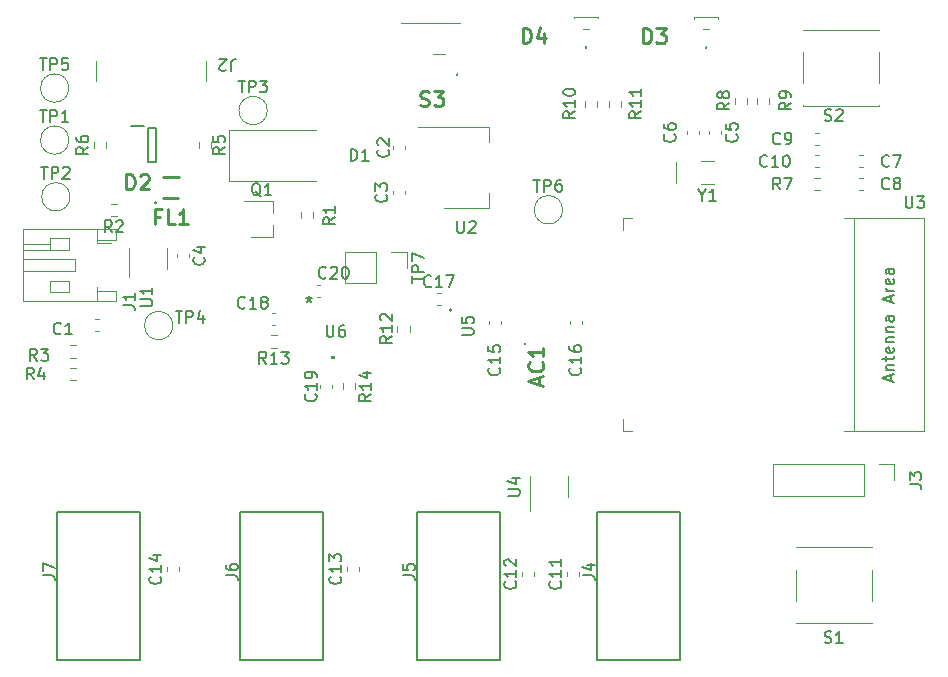
<source format=gbr>
%TF.GenerationSoftware,KiCad,Pcbnew,7.0.8*%
%TF.CreationDate,2024-03-17T18:00:07+01:00*%
%TF.ProjectId,HM_mainboard,484d5f6d-6169-46e6-926f-6172642e6b69,rev?*%
%TF.SameCoordinates,Original*%
%TF.FileFunction,Legend,Top*%
%TF.FilePolarity,Positive*%
%FSLAX46Y46*%
G04 Gerber Fmt 4.6, Leading zero omitted, Abs format (unit mm)*
G04 Created by KiCad (PCBNEW 7.0.8) date 2024-03-17 18:00:07*
%MOMM*%
%LPD*%
G01*
G04 APERTURE LIST*
%ADD10C,0.150000*%
%ADD11C,0.254000*%
%ADD12C,0.120000*%
%ADD13C,0.200000*%
%ADD14C,0.100000*%
G04 APERTURE END LIST*
D10*
X166475580Y-102877857D02*
X166523200Y-102925476D01*
X166523200Y-102925476D02*
X166570819Y-103068333D01*
X166570819Y-103068333D02*
X166570819Y-103163571D01*
X166570819Y-103163571D02*
X166523200Y-103306428D01*
X166523200Y-103306428D02*
X166427961Y-103401666D01*
X166427961Y-103401666D02*
X166332723Y-103449285D01*
X166332723Y-103449285D02*
X166142247Y-103496904D01*
X166142247Y-103496904D02*
X165999390Y-103496904D01*
X165999390Y-103496904D02*
X165808914Y-103449285D01*
X165808914Y-103449285D02*
X165713676Y-103401666D01*
X165713676Y-103401666D02*
X165618438Y-103306428D01*
X165618438Y-103306428D02*
X165570819Y-103163571D01*
X165570819Y-103163571D02*
X165570819Y-103068333D01*
X165570819Y-103068333D02*
X165618438Y-102925476D01*
X165618438Y-102925476D02*
X165666057Y-102877857D01*
X166570819Y-101925476D02*
X166570819Y-102496904D01*
X166570819Y-102211190D02*
X165570819Y-102211190D01*
X165570819Y-102211190D02*
X165713676Y-102306428D01*
X165713676Y-102306428D02*
X165808914Y-102401666D01*
X165808914Y-102401666D02*
X165856533Y-102496904D01*
X165570819Y-101068333D02*
X165570819Y-101258809D01*
X165570819Y-101258809D02*
X165618438Y-101354047D01*
X165618438Y-101354047D02*
X165666057Y-101401666D01*
X165666057Y-101401666D02*
X165808914Y-101496904D01*
X165808914Y-101496904D02*
X165999390Y-101544523D01*
X165999390Y-101544523D02*
X166380342Y-101544523D01*
X166380342Y-101544523D02*
X166475580Y-101496904D01*
X166475580Y-101496904D02*
X166523200Y-101449285D01*
X166523200Y-101449285D02*
X166570819Y-101354047D01*
X166570819Y-101354047D02*
X166570819Y-101163571D01*
X166570819Y-101163571D02*
X166523200Y-101068333D01*
X166523200Y-101068333D02*
X166475580Y-101020714D01*
X166475580Y-101020714D02*
X166380342Y-100973095D01*
X166380342Y-100973095D02*
X166142247Y-100973095D01*
X166142247Y-100973095D02*
X166047009Y-101020714D01*
X166047009Y-101020714D02*
X165999390Y-101068333D01*
X165999390Y-101068333D02*
X165951771Y-101163571D01*
X165951771Y-101163571D02*
X165951771Y-101354047D01*
X165951771Y-101354047D02*
X165999390Y-101449285D01*
X165999390Y-101449285D02*
X166047009Y-101496904D01*
X166047009Y-101496904D02*
X166142247Y-101544523D01*
X148777293Y-105102582D02*
X148301102Y-105435915D01*
X148777293Y-105674010D02*
X147777293Y-105674010D01*
X147777293Y-105674010D02*
X147777293Y-105293058D01*
X147777293Y-105293058D02*
X147824912Y-105197820D01*
X147824912Y-105197820D02*
X147872531Y-105150201D01*
X147872531Y-105150201D02*
X147967769Y-105102582D01*
X147967769Y-105102582D02*
X148110626Y-105102582D01*
X148110626Y-105102582D02*
X148205864Y-105150201D01*
X148205864Y-105150201D02*
X148253483Y-105197820D01*
X148253483Y-105197820D02*
X148301102Y-105293058D01*
X148301102Y-105293058D02*
X148301102Y-105674010D01*
X148777293Y-104150201D02*
X148777293Y-104721629D01*
X148777293Y-104435915D02*
X147777293Y-104435915D01*
X147777293Y-104435915D02*
X147920150Y-104531153D01*
X147920150Y-104531153D02*
X148015388Y-104626391D01*
X148015388Y-104626391D02*
X148063007Y-104721629D01*
X148110626Y-103293058D02*
X148777293Y-103293058D01*
X147729674Y-103531153D02*
X148443959Y-103769248D01*
X148443959Y-103769248D02*
X148443959Y-103150201D01*
X179110819Y-80430666D02*
X178634628Y-80763999D01*
X179110819Y-81002094D02*
X178110819Y-81002094D01*
X178110819Y-81002094D02*
X178110819Y-80621142D01*
X178110819Y-80621142D02*
X178158438Y-80525904D01*
X178158438Y-80525904D02*
X178206057Y-80478285D01*
X178206057Y-80478285D02*
X178301295Y-80430666D01*
X178301295Y-80430666D02*
X178444152Y-80430666D01*
X178444152Y-80430666D02*
X178539390Y-80478285D01*
X178539390Y-80478285D02*
X178587009Y-80525904D01*
X178587009Y-80525904D02*
X178634628Y-80621142D01*
X178634628Y-80621142D02*
X178634628Y-81002094D01*
X178539390Y-79859237D02*
X178491771Y-79954475D01*
X178491771Y-79954475D02*
X178444152Y-80002094D01*
X178444152Y-80002094D02*
X178348914Y-80049713D01*
X178348914Y-80049713D02*
X178301295Y-80049713D01*
X178301295Y-80049713D02*
X178206057Y-80002094D01*
X178206057Y-80002094D02*
X178158438Y-79954475D01*
X178158438Y-79954475D02*
X178110819Y-79859237D01*
X178110819Y-79859237D02*
X178110819Y-79668761D01*
X178110819Y-79668761D02*
X178158438Y-79573523D01*
X178158438Y-79573523D02*
X178206057Y-79525904D01*
X178206057Y-79525904D02*
X178301295Y-79478285D01*
X178301295Y-79478285D02*
X178348914Y-79478285D01*
X178348914Y-79478285D02*
X178444152Y-79525904D01*
X178444152Y-79525904D02*
X178491771Y-79573523D01*
X178491771Y-79573523D02*
X178539390Y-79668761D01*
X178539390Y-79668761D02*
X178539390Y-79859237D01*
X178539390Y-79859237D02*
X178587009Y-79954475D01*
X178587009Y-79954475D02*
X178634628Y-80002094D01*
X178634628Y-80002094D02*
X178729866Y-80049713D01*
X178729866Y-80049713D02*
X178920342Y-80049713D01*
X178920342Y-80049713D02*
X179015580Y-80002094D01*
X179015580Y-80002094D02*
X179063200Y-79954475D01*
X179063200Y-79954475D02*
X179110819Y-79859237D01*
X179110819Y-79859237D02*
X179110819Y-79668761D01*
X179110819Y-79668761D02*
X179063200Y-79573523D01*
X179063200Y-79573523D02*
X179015580Y-79525904D01*
X179015580Y-79525904D02*
X178920342Y-79478285D01*
X178920342Y-79478285D02*
X178729866Y-79478285D01*
X178729866Y-79478285D02*
X178634628Y-79525904D01*
X178634628Y-79525904D02*
X178587009Y-79573523D01*
X178587009Y-79573523D02*
X178539390Y-79668761D01*
X160384819Y-113711904D02*
X161194342Y-113711904D01*
X161194342Y-113711904D02*
X161289580Y-113664285D01*
X161289580Y-113664285D02*
X161337200Y-113616666D01*
X161337200Y-113616666D02*
X161384819Y-113521428D01*
X161384819Y-113521428D02*
X161384819Y-113330952D01*
X161384819Y-113330952D02*
X161337200Y-113235714D01*
X161337200Y-113235714D02*
X161289580Y-113188095D01*
X161289580Y-113188095D02*
X161194342Y-113140476D01*
X161194342Y-113140476D02*
X160384819Y-113140476D01*
X160718152Y-112235714D02*
X161384819Y-112235714D01*
X160337200Y-112473809D02*
X161051485Y-112711904D01*
X161051485Y-112711904D02*
X161051485Y-112092857D01*
X166704819Y-120451333D02*
X167419104Y-120451333D01*
X167419104Y-120451333D02*
X167561961Y-120498952D01*
X167561961Y-120498952D02*
X167657200Y-120594190D01*
X167657200Y-120594190D02*
X167704819Y-120737047D01*
X167704819Y-120737047D02*
X167704819Y-120832285D01*
X167038152Y-119546571D02*
X167704819Y-119546571D01*
X166657200Y-119784666D02*
X167371485Y-120022761D01*
X167371485Y-120022761D02*
X167371485Y-119403714D01*
X145034095Y-99276819D02*
X145034095Y-100086342D01*
X145034095Y-100086342D02*
X145081714Y-100181580D01*
X145081714Y-100181580D02*
X145129333Y-100229200D01*
X145129333Y-100229200D02*
X145224571Y-100276819D01*
X145224571Y-100276819D02*
X145415047Y-100276819D01*
X145415047Y-100276819D02*
X145510285Y-100229200D01*
X145510285Y-100229200D02*
X145557904Y-100181580D01*
X145557904Y-100181580D02*
X145605523Y-100086342D01*
X145605523Y-100086342D02*
X145605523Y-99276819D01*
X146510285Y-99276819D02*
X146319809Y-99276819D01*
X146319809Y-99276819D02*
X146224571Y-99324438D01*
X146224571Y-99324438D02*
X146176952Y-99372057D01*
X146176952Y-99372057D02*
X146081714Y-99514914D01*
X146081714Y-99514914D02*
X146034095Y-99705390D01*
X146034095Y-99705390D02*
X146034095Y-100086342D01*
X146034095Y-100086342D02*
X146081714Y-100181580D01*
X146081714Y-100181580D02*
X146129333Y-100229200D01*
X146129333Y-100229200D02*
X146224571Y-100276819D01*
X146224571Y-100276819D02*
X146415047Y-100276819D01*
X146415047Y-100276819D02*
X146510285Y-100229200D01*
X146510285Y-100229200D02*
X146557904Y-100181580D01*
X146557904Y-100181580D02*
X146605523Y-100086342D01*
X146605523Y-100086342D02*
X146605523Y-99848247D01*
X146605523Y-99848247D02*
X146557904Y-99753009D01*
X146557904Y-99753009D02*
X146510285Y-99705390D01*
X146510285Y-99705390D02*
X146415047Y-99657771D01*
X146415047Y-99657771D02*
X146224571Y-99657771D01*
X146224571Y-99657771D02*
X146129333Y-99705390D01*
X146129333Y-99705390D02*
X146081714Y-99753009D01*
X146081714Y-99753009D02*
X146034095Y-99848247D01*
X143545999Y-96838419D02*
X143545999Y-97076514D01*
X143307904Y-96981276D02*
X143545999Y-97076514D01*
X143545999Y-97076514D02*
X143784094Y-96981276D01*
X143403142Y-97266990D02*
X143545999Y-97076514D01*
X143545999Y-97076514D02*
X143688856Y-97266990D01*
X143545999Y-96838419D02*
X143545999Y-97076514D01*
X143307904Y-96981276D02*
X143545999Y-97076514D01*
X143545999Y-97076514D02*
X143784094Y-96981276D01*
X143403142Y-97266990D02*
X143545999Y-97076514D01*
X143545999Y-97076514D02*
X143688856Y-97266990D01*
X136478819Y-120451333D02*
X137193104Y-120451333D01*
X137193104Y-120451333D02*
X137335961Y-120498952D01*
X137335961Y-120498952D02*
X137431200Y-120594190D01*
X137431200Y-120594190D02*
X137478819Y-120737047D01*
X137478819Y-120737047D02*
X137478819Y-120832285D01*
X136478819Y-119546571D02*
X136478819Y-119737047D01*
X136478819Y-119737047D02*
X136526438Y-119832285D01*
X136526438Y-119832285D02*
X136574057Y-119879904D01*
X136574057Y-119879904D02*
X136716914Y-119975142D01*
X136716914Y-119975142D02*
X136907390Y-120022761D01*
X136907390Y-120022761D02*
X137288342Y-120022761D01*
X137288342Y-120022761D02*
X137383580Y-119975142D01*
X137383580Y-119975142D02*
X137431200Y-119927523D01*
X137431200Y-119927523D02*
X137478819Y-119832285D01*
X137478819Y-119832285D02*
X137478819Y-119641809D01*
X137478819Y-119641809D02*
X137431200Y-119546571D01*
X137431200Y-119546571D02*
X137383580Y-119498952D01*
X137383580Y-119498952D02*
X137288342Y-119451333D01*
X137288342Y-119451333D02*
X137050247Y-119451333D01*
X137050247Y-119451333D02*
X136955009Y-119498952D01*
X136955009Y-119498952D02*
X136907390Y-119546571D01*
X136907390Y-119546571D02*
X136859771Y-119641809D01*
X136859771Y-119641809D02*
X136859771Y-119832285D01*
X136859771Y-119832285D02*
X136907390Y-119927523D01*
X136907390Y-119927523D02*
X136955009Y-119975142D01*
X136955009Y-119975142D02*
X137050247Y-120022761D01*
X156460819Y-100107904D02*
X157270342Y-100107904D01*
X157270342Y-100107904D02*
X157365580Y-100060285D01*
X157365580Y-100060285D02*
X157413200Y-100012666D01*
X157413200Y-100012666D02*
X157460819Y-99917428D01*
X157460819Y-99917428D02*
X157460819Y-99726952D01*
X157460819Y-99726952D02*
X157413200Y-99631714D01*
X157413200Y-99631714D02*
X157365580Y-99584095D01*
X157365580Y-99584095D02*
X157270342Y-99536476D01*
X157270342Y-99536476D02*
X156460819Y-99536476D01*
X156460819Y-98584095D02*
X156460819Y-99060285D01*
X156460819Y-99060285D02*
X156937009Y-99107904D01*
X156937009Y-99107904D02*
X156889390Y-99060285D01*
X156889390Y-99060285D02*
X156841771Y-98965047D01*
X156841771Y-98965047D02*
X156841771Y-98726952D01*
X156841771Y-98726952D02*
X156889390Y-98631714D01*
X156889390Y-98631714D02*
X156937009Y-98584095D01*
X156937009Y-98584095D02*
X157032247Y-98536476D01*
X157032247Y-98536476D02*
X157270342Y-98536476D01*
X157270342Y-98536476D02*
X157365580Y-98584095D01*
X157365580Y-98584095D02*
X157413200Y-98631714D01*
X157413200Y-98631714D02*
X157460819Y-98726952D01*
X157460819Y-98726952D02*
X157460819Y-98965047D01*
X157460819Y-98965047D02*
X157413200Y-99060285D01*
X157413200Y-99060285D02*
X157365580Y-99107904D01*
X184320819Y-80430666D02*
X183844628Y-80763999D01*
X184320819Y-81002094D02*
X183320819Y-81002094D01*
X183320819Y-81002094D02*
X183320819Y-80621142D01*
X183320819Y-80621142D02*
X183368438Y-80525904D01*
X183368438Y-80525904D02*
X183416057Y-80478285D01*
X183416057Y-80478285D02*
X183511295Y-80430666D01*
X183511295Y-80430666D02*
X183654152Y-80430666D01*
X183654152Y-80430666D02*
X183749390Y-80478285D01*
X183749390Y-80478285D02*
X183797009Y-80525904D01*
X183797009Y-80525904D02*
X183844628Y-80621142D01*
X183844628Y-80621142D02*
X183844628Y-81002094D01*
X184320819Y-79954475D02*
X184320819Y-79763999D01*
X184320819Y-79763999D02*
X184273200Y-79668761D01*
X184273200Y-79668761D02*
X184225580Y-79621142D01*
X184225580Y-79621142D02*
X184082723Y-79525904D01*
X184082723Y-79525904D02*
X183892247Y-79478285D01*
X183892247Y-79478285D02*
X183511295Y-79478285D01*
X183511295Y-79478285D02*
X183416057Y-79525904D01*
X183416057Y-79525904D02*
X183368438Y-79573523D01*
X183368438Y-79573523D02*
X183320819Y-79668761D01*
X183320819Y-79668761D02*
X183320819Y-79859237D01*
X183320819Y-79859237D02*
X183368438Y-79954475D01*
X183368438Y-79954475D02*
X183416057Y-80002094D01*
X183416057Y-80002094D02*
X183511295Y-80049713D01*
X183511295Y-80049713D02*
X183749390Y-80049713D01*
X183749390Y-80049713D02*
X183844628Y-80002094D01*
X183844628Y-80002094D02*
X183892247Y-79954475D01*
X183892247Y-79954475D02*
X183939866Y-79859237D01*
X183939866Y-79859237D02*
X183939866Y-79668761D01*
X183939866Y-79668761D02*
X183892247Y-79573523D01*
X183892247Y-79573523D02*
X183844628Y-79525904D01*
X183844628Y-79525904D02*
X183749390Y-79478285D01*
X174476580Y-83124166D02*
X174524200Y-83171785D01*
X174524200Y-83171785D02*
X174571819Y-83314642D01*
X174571819Y-83314642D02*
X174571819Y-83409880D01*
X174571819Y-83409880D02*
X174524200Y-83552737D01*
X174524200Y-83552737D02*
X174428961Y-83647975D01*
X174428961Y-83647975D02*
X174333723Y-83695594D01*
X174333723Y-83695594D02*
X174143247Y-83743213D01*
X174143247Y-83743213D02*
X174000390Y-83743213D01*
X174000390Y-83743213D02*
X173809914Y-83695594D01*
X173809914Y-83695594D02*
X173714676Y-83647975D01*
X173714676Y-83647975D02*
X173619438Y-83552737D01*
X173619438Y-83552737D02*
X173571819Y-83409880D01*
X173571819Y-83409880D02*
X173571819Y-83314642D01*
X173571819Y-83314642D02*
X173619438Y-83171785D01*
X173619438Y-83171785D02*
X173667057Y-83124166D01*
X173571819Y-82267023D02*
X173571819Y-82457499D01*
X173571819Y-82457499D02*
X173619438Y-82552737D01*
X173619438Y-82552737D02*
X173667057Y-82600356D01*
X173667057Y-82600356D02*
X173809914Y-82695594D01*
X173809914Y-82695594D02*
X174000390Y-82743213D01*
X174000390Y-82743213D02*
X174381342Y-82743213D01*
X174381342Y-82743213D02*
X174476580Y-82695594D01*
X174476580Y-82695594D02*
X174524200Y-82647975D01*
X174524200Y-82647975D02*
X174571819Y-82552737D01*
X174571819Y-82552737D02*
X174571819Y-82362261D01*
X174571819Y-82362261D02*
X174524200Y-82267023D01*
X174524200Y-82267023D02*
X174476580Y-82219404D01*
X174476580Y-82219404D02*
X174381342Y-82171785D01*
X174381342Y-82171785D02*
X174143247Y-82171785D01*
X174143247Y-82171785D02*
X174048009Y-82219404D01*
X174048009Y-82219404D02*
X174000390Y-82267023D01*
X174000390Y-82267023D02*
X173952771Y-82362261D01*
X173952771Y-82362261D02*
X173952771Y-82552737D01*
X173952771Y-82552737D02*
X174000390Y-82647975D01*
X174000390Y-82647975D02*
X174048009Y-82695594D01*
X174048009Y-82695594D02*
X174143247Y-82743213D01*
X127785819Y-97582333D02*
X128500104Y-97582333D01*
X128500104Y-97582333D02*
X128642961Y-97629952D01*
X128642961Y-97629952D02*
X128738200Y-97725190D01*
X128738200Y-97725190D02*
X128785819Y-97868047D01*
X128785819Y-97868047D02*
X128785819Y-97963285D01*
X128785819Y-96582333D02*
X128785819Y-97153761D01*
X128785819Y-96868047D02*
X127785819Y-96868047D01*
X127785819Y-96868047D02*
X127928676Y-96963285D01*
X127928676Y-96963285D02*
X128023914Y-97058523D01*
X128023914Y-97058523D02*
X128071533Y-97153761D01*
X159617580Y-102877857D02*
X159665200Y-102925476D01*
X159665200Y-102925476D02*
X159712819Y-103068333D01*
X159712819Y-103068333D02*
X159712819Y-103163571D01*
X159712819Y-103163571D02*
X159665200Y-103306428D01*
X159665200Y-103306428D02*
X159569961Y-103401666D01*
X159569961Y-103401666D02*
X159474723Y-103449285D01*
X159474723Y-103449285D02*
X159284247Y-103496904D01*
X159284247Y-103496904D02*
X159141390Y-103496904D01*
X159141390Y-103496904D02*
X158950914Y-103449285D01*
X158950914Y-103449285D02*
X158855676Y-103401666D01*
X158855676Y-103401666D02*
X158760438Y-103306428D01*
X158760438Y-103306428D02*
X158712819Y-103163571D01*
X158712819Y-103163571D02*
X158712819Y-103068333D01*
X158712819Y-103068333D02*
X158760438Y-102925476D01*
X158760438Y-102925476D02*
X158808057Y-102877857D01*
X159712819Y-101925476D02*
X159712819Y-102496904D01*
X159712819Y-102211190D02*
X158712819Y-102211190D01*
X158712819Y-102211190D02*
X158855676Y-102306428D01*
X158855676Y-102306428D02*
X158950914Y-102401666D01*
X158950914Y-102401666D02*
X158998533Y-102496904D01*
X158712819Y-101020714D02*
X158712819Y-101496904D01*
X158712819Y-101496904D02*
X159189009Y-101544523D01*
X159189009Y-101544523D02*
X159141390Y-101496904D01*
X159141390Y-101496904D02*
X159093771Y-101401666D01*
X159093771Y-101401666D02*
X159093771Y-101163571D01*
X159093771Y-101163571D02*
X159141390Y-101068333D01*
X159141390Y-101068333D02*
X159189009Y-101020714D01*
X159189009Y-101020714D02*
X159284247Y-100973095D01*
X159284247Y-100973095D02*
X159522342Y-100973095D01*
X159522342Y-100973095D02*
X159617580Y-101020714D01*
X159617580Y-101020714D02*
X159665200Y-101068333D01*
X159665200Y-101068333D02*
X159712819Y-101163571D01*
X159712819Y-101163571D02*
X159712819Y-101401666D01*
X159712819Y-101401666D02*
X159665200Y-101496904D01*
X159665200Y-101496904D02*
X159617580Y-101544523D01*
X152259819Y-95661904D02*
X152259819Y-95090476D01*
X153259819Y-95376190D02*
X152259819Y-95376190D01*
X153259819Y-94757142D02*
X152259819Y-94757142D01*
X152259819Y-94757142D02*
X152259819Y-94376190D01*
X152259819Y-94376190D02*
X152307438Y-94280952D01*
X152307438Y-94280952D02*
X152355057Y-94233333D01*
X152355057Y-94233333D02*
X152450295Y-94185714D01*
X152450295Y-94185714D02*
X152593152Y-94185714D01*
X152593152Y-94185714D02*
X152688390Y-94233333D01*
X152688390Y-94233333D02*
X152736009Y-94280952D01*
X152736009Y-94280952D02*
X152783628Y-94376190D01*
X152783628Y-94376190D02*
X152783628Y-94757142D01*
X152259819Y-93852380D02*
X152259819Y-93185714D01*
X152259819Y-93185714D02*
X153259819Y-93614285D01*
X120838095Y-85856819D02*
X121409523Y-85856819D01*
X121123809Y-86856819D02*
X121123809Y-85856819D01*
X121742857Y-86856819D02*
X121742857Y-85856819D01*
X121742857Y-85856819D02*
X122123809Y-85856819D01*
X122123809Y-85856819D02*
X122219047Y-85904438D01*
X122219047Y-85904438D02*
X122266666Y-85952057D01*
X122266666Y-85952057D02*
X122314285Y-86047295D01*
X122314285Y-86047295D02*
X122314285Y-86190152D01*
X122314285Y-86190152D02*
X122266666Y-86285390D01*
X122266666Y-86285390D02*
X122219047Y-86333009D01*
X122219047Y-86333009D02*
X122123809Y-86380628D01*
X122123809Y-86380628D02*
X121742857Y-86380628D01*
X122695238Y-85952057D02*
X122742857Y-85904438D01*
X122742857Y-85904438D02*
X122838095Y-85856819D01*
X122838095Y-85856819D02*
X123076190Y-85856819D01*
X123076190Y-85856819D02*
X123171428Y-85904438D01*
X123171428Y-85904438D02*
X123219047Y-85952057D01*
X123219047Y-85952057D02*
X123266666Y-86047295D01*
X123266666Y-86047295D02*
X123266666Y-86142533D01*
X123266666Y-86142533D02*
X123219047Y-86285390D01*
X123219047Y-86285390D02*
X122647619Y-86856819D01*
X122647619Y-86856819D02*
X123266666Y-86856819D01*
X194056095Y-88354819D02*
X194056095Y-89164342D01*
X194056095Y-89164342D02*
X194103714Y-89259580D01*
X194103714Y-89259580D02*
X194151333Y-89307200D01*
X194151333Y-89307200D02*
X194246571Y-89354819D01*
X194246571Y-89354819D02*
X194437047Y-89354819D01*
X194437047Y-89354819D02*
X194532285Y-89307200D01*
X194532285Y-89307200D02*
X194579904Y-89259580D01*
X194579904Y-89259580D02*
X194627523Y-89164342D01*
X194627523Y-89164342D02*
X194627523Y-88354819D01*
X195008476Y-88354819D02*
X195627523Y-88354819D01*
X195627523Y-88354819D02*
X195294190Y-88735771D01*
X195294190Y-88735771D02*
X195437047Y-88735771D01*
X195437047Y-88735771D02*
X195532285Y-88783390D01*
X195532285Y-88783390D02*
X195579904Y-88831009D01*
X195579904Y-88831009D02*
X195627523Y-88926247D01*
X195627523Y-88926247D02*
X195627523Y-89164342D01*
X195627523Y-89164342D02*
X195579904Y-89259580D01*
X195579904Y-89259580D02*
X195532285Y-89307200D01*
X195532285Y-89307200D02*
X195437047Y-89354819D01*
X195437047Y-89354819D02*
X195151333Y-89354819D01*
X195151333Y-89354819D02*
X195056095Y-89307200D01*
X195056095Y-89307200D02*
X195008476Y-89259580D01*
X192769104Y-103961905D02*
X192769104Y-103485715D01*
X193054819Y-104057143D02*
X192054819Y-103723810D01*
X192054819Y-103723810D02*
X193054819Y-103390477D01*
X192388152Y-103057143D02*
X193054819Y-103057143D01*
X192483390Y-103057143D02*
X192435771Y-103009524D01*
X192435771Y-103009524D02*
X192388152Y-102914286D01*
X192388152Y-102914286D02*
X192388152Y-102771429D01*
X192388152Y-102771429D02*
X192435771Y-102676191D01*
X192435771Y-102676191D02*
X192531009Y-102628572D01*
X192531009Y-102628572D02*
X193054819Y-102628572D01*
X192388152Y-102295238D02*
X192388152Y-101914286D01*
X192054819Y-102152381D02*
X192911961Y-102152381D01*
X192911961Y-102152381D02*
X193007200Y-102104762D01*
X193007200Y-102104762D02*
X193054819Y-102009524D01*
X193054819Y-102009524D02*
X193054819Y-101914286D01*
X193007200Y-101200000D02*
X193054819Y-101295238D01*
X193054819Y-101295238D02*
X193054819Y-101485714D01*
X193054819Y-101485714D02*
X193007200Y-101580952D01*
X193007200Y-101580952D02*
X192911961Y-101628571D01*
X192911961Y-101628571D02*
X192531009Y-101628571D01*
X192531009Y-101628571D02*
X192435771Y-101580952D01*
X192435771Y-101580952D02*
X192388152Y-101485714D01*
X192388152Y-101485714D02*
X192388152Y-101295238D01*
X192388152Y-101295238D02*
X192435771Y-101200000D01*
X192435771Y-101200000D02*
X192531009Y-101152381D01*
X192531009Y-101152381D02*
X192626247Y-101152381D01*
X192626247Y-101152381D02*
X192721485Y-101628571D01*
X192388152Y-100723809D02*
X193054819Y-100723809D01*
X192483390Y-100723809D02*
X192435771Y-100676190D01*
X192435771Y-100676190D02*
X192388152Y-100580952D01*
X192388152Y-100580952D02*
X192388152Y-100438095D01*
X192388152Y-100438095D02*
X192435771Y-100342857D01*
X192435771Y-100342857D02*
X192531009Y-100295238D01*
X192531009Y-100295238D02*
X193054819Y-100295238D01*
X192388152Y-99819047D02*
X193054819Y-99819047D01*
X192483390Y-99819047D02*
X192435771Y-99771428D01*
X192435771Y-99771428D02*
X192388152Y-99676190D01*
X192388152Y-99676190D02*
X192388152Y-99533333D01*
X192388152Y-99533333D02*
X192435771Y-99438095D01*
X192435771Y-99438095D02*
X192531009Y-99390476D01*
X192531009Y-99390476D02*
X193054819Y-99390476D01*
X193054819Y-98485714D02*
X192531009Y-98485714D01*
X192531009Y-98485714D02*
X192435771Y-98533333D01*
X192435771Y-98533333D02*
X192388152Y-98628571D01*
X192388152Y-98628571D02*
X192388152Y-98819047D01*
X192388152Y-98819047D02*
X192435771Y-98914285D01*
X193007200Y-98485714D02*
X193054819Y-98580952D01*
X193054819Y-98580952D02*
X193054819Y-98819047D01*
X193054819Y-98819047D02*
X193007200Y-98914285D01*
X193007200Y-98914285D02*
X192911961Y-98961904D01*
X192911961Y-98961904D02*
X192816723Y-98961904D01*
X192816723Y-98961904D02*
X192721485Y-98914285D01*
X192721485Y-98914285D02*
X192673866Y-98819047D01*
X192673866Y-98819047D02*
X192673866Y-98580952D01*
X192673866Y-98580952D02*
X192626247Y-98485714D01*
X192769104Y-97295237D02*
X192769104Y-96819047D01*
X193054819Y-97390475D02*
X192054819Y-97057142D01*
X192054819Y-97057142D02*
X193054819Y-96723809D01*
X193054819Y-96390475D02*
X192388152Y-96390475D01*
X192578628Y-96390475D02*
X192483390Y-96342856D01*
X192483390Y-96342856D02*
X192435771Y-96295237D01*
X192435771Y-96295237D02*
X192388152Y-96199999D01*
X192388152Y-96199999D02*
X192388152Y-96104761D01*
X193007200Y-95390475D02*
X193054819Y-95485713D01*
X193054819Y-95485713D02*
X193054819Y-95676189D01*
X193054819Y-95676189D02*
X193007200Y-95771427D01*
X193007200Y-95771427D02*
X192911961Y-95819046D01*
X192911961Y-95819046D02*
X192531009Y-95819046D01*
X192531009Y-95819046D02*
X192435771Y-95771427D01*
X192435771Y-95771427D02*
X192388152Y-95676189D01*
X192388152Y-95676189D02*
X192388152Y-95485713D01*
X192388152Y-95485713D02*
X192435771Y-95390475D01*
X192435771Y-95390475D02*
X192531009Y-95342856D01*
X192531009Y-95342856D02*
X192626247Y-95342856D01*
X192626247Y-95342856D02*
X192721485Y-95819046D01*
X193054819Y-94485713D02*
X192531009Y-94485713D01*
X192531009Y-94485713D02*
X192435771Y-94533332D01*
X192435771Y-94533332D02*
X192388152Y-94628570D01*
X192388152Y-94628570D02*
X192388152Y-94819046D01*
X192388152Y-94819046D02*
X192435771Y-94914284D01*
X193007200Y-94485713D02*
X193054819Y-94580951D01*
X193054819Y-94580951D02*
X193054819Y-94819046D01*
X193054819Y-94819046D02*
X193007200Y-94914284D01*
X193007200Y-94914284D02*
X192911961Y-94961903D01*
X192911961Y-94961903D02*
X192816723Y-94961903D01*
X192816723Y-94961903D02*
X192721485Y-94914284D01*
X192721485Y-94914284D02*
X192673866Y-94819046D01*
X192673866Y-94819046D02*
X192673866Y-94580951D01*
X192673866Y-94580951D02*
X192626247Y-94485713D01*
X194389819Y-112728333D02*
X195104104Y-112728333D01*
X195104104Y-112728333D02*
X195246961Y-112775952D01*
X195246961Y-112775952D02*
X195342200Y-112871190D01*
X195342200Y-112871190D02*
X195389819Y-113014047D01*
X195389819Y-113014047D02*
X195389819Y-113109285D01*
X194389819Y-112347380D02*
X194389819Y-111728333D01*
X194389819Y-111728333D02*
X194770771Y-112061666D01*
X194770771Y-112061666D02*
X194770771Y-111918809D01*
X194770771Y-111918809D02*
X194818390Y-111823571D01*
X194818390Y-111823571D02*
X194866009Y-111775952D01*
X194866009Y-111775952D02*
X194961247Y-111728333D01*
X194961247Y-111728333D02*
X195199342Y-111728333D01*
X195199342Y-111728333D02*
X195294580Y-111775952D01*
X195294580Y-111775952D02*
X195342200Y-111823571D01*
X195342200Y-111823571D02*
X195389819Y-111918809D01*
X195389819Y-111918809D02*
X195389819Y-112204523D01*
X195389819Y-112204523D02*
X195342200Y-112299761D01*
X195342200Y-112299761D02*
X195294580Y-112347380D01*
X176815809Y-88243628D02*
X176815809Y-88719819D01*
X176482476Y-87719819D02*
X176815809Y-88243628D01*
X176815809Y-88243628D02*
X177149142Y-87719819D01*
X178006285Y-88719819D02*
X177434857Y-88719819D01*
X177720571Y-88719819D02*
X177720571Y-87719819D01*
X177720571Y-87719819D02*
X177625333Y-87862676D01*
X177625333Y-87862676D02*
X177530095Y-87957914D01*
X177530095Y-87957914D02*
X177434857Y-88005533D01*
X150059580Y-88219166D02*
X150107200Y-88266785D01*
X150107200Y-88266785D02*
X150154819Y-88409642D01*
X150154819Y-88409642D02*
X150154819Y-88504880D01*
X150154819Y-88504880D02*
X150107200Y-88647737D01*
X150107200Y-88647737D02*
X150011961Y-88742975D01*
X150011961Y-88742975D02*
X149916723Y-88790594D01*
X149916723Y-88790594D02*
X149726247Y-88838213D01*
X149726247Y-88838213D02*
X149583390Y-88838213D01*
X149583390Y-88838213D02*
X149392914Y-88790594D01*
X149392914Y-88790594D02*
X149297676Y-88742975D01*
X149297676Y-88742975D02*
X149202438Y-88647737D01*
X149202438Y-88647737D02*
X149154819Y-88504880D01*
X149154819Y-88504880D02*
X149154819Y-88409642D01*
X149154819Y-88409642D02*
X149202438Y-88266785D01*
X149202438Y-88266785D02*
X149250057Y-88219166D01*
X149154819Y-87885832D02*
X149154819Y-87266785D01*
X149154819Y-87266785D02*
X149535771Y-87600118D01*
X149535771Y-87600118D02*
X149535771Y-87457261D01*
X149535771Y-87457261D02*
X149583390Y-87362023D01*
X149583390Y-87362023D02*
X149631009Y-87314404D01*
X149631009Y-87314404D02*
X149726247Y-87266785D01*
X149726247Y-87266785D02*
X149964342Y-87266785D01*
X149964342Y-87266785D02*
X150059580Y-87314404D01*
X150059580Y-87314404D02*
X150107200Y-87362023D01*
X150107200Y-87362023D02*
X150154819Y-87457261D01*
X150154819Y-87457261D02*
X150154819Y-87742975D01*
X150154819Y-87742975D02*
X150107200Y-87838213D01*
X150107200Y-87838213D02*
X150059580Y-87885832D01*
D11*
X152971380Y-80659842D02*
X153152809Y-80720318D01*
X153152809Y-80720318D02*
X153455190Y-80720318D01*
X153455190Y-80720318D02*
X153576142Y-80659842D01*
X153576142Y-80659842D02*
X153636618Y-80599365D01*
X153636618Y-80599365D02*
X153697095Y-80478413D01*
X153697095Y-80478413D02*
X153697095Y-80357461D01*
X153697095Y-80357461D02*
X153636618Y-80236508D01*
X153636618Y-80236508D02*
X153576142Y-80176032D01*
X153576142Y-80176032D02*
X153455190Y-80115556D01*
X153455190Y-80115556D02*
X153213285Y-80055080D01*
X153213285Y-80055080D02*
X153092333Y-79994603D01*
X153092333Y-79994603D02*
X153031856Y-79934127D01*
X153031856Y-79934127D02*
X152971380Y-79813175D01*
X152971380Y-79813175D02*
X152971380Y-79692222D01*
X152971380Y-79692222D02*
X153031856Y-79571270D01*
X153031856Y-79571270D02*
X153092333Y-79510794D01*
X153092333Y-79510794D02*
X153213285Y-79450318D01*
X153213285Y-79450318D02*
X153515666Y-79450318D01*
X153515666Y-79450318D02*
X153697095Y-79510794D01*
X154120428Y-79450318D02*
X154906619Y-79450318D01*
X154906619Y-79450318D02*
X154483285Y-79934127D01*
X154483285Y-79934127D02*
X154664714Y-79934127D01*
X154664714Y-79934127D02*
X154785666Y-79994603D01*
X154785666Y-79994603D02*
X154846142Y-80055080D01*
X154846142Y-80055080D02*
X154906619Y-80176032D01*
X154906619Y-80176032D02*
X154906619Y-80478413D01*
X154906619Y-80478413D02*
X154846142Y-80599365D01*
X154846142Y-80599365D02*
X154785666Y-80659842D01*
X154785666Y-80659842D02*
X154664714Y-80720318D01*
X154664714Y-80720318D02*
X154301857Y-80720318D01*
X154301857Y-80720318D02*
X154180904Y-80659842D01*
X154180904Y-80659842D02*
X154120428Y-80599365D01*
D10*
X153880142Y-95957580D02*
X153832523Y-96005200D01*
X153832523Y-96005200D02*
X153689666Y-96052819D01*
X153689666Y-96052819D02*
X153594428Y-96052819D01*
X153594428Y-96052819D02*
X153451571Y-96005200D01*
X153451571Y-96005200D02*
X153356333Y-95909961D01*
X153356333Y-95909961D02*
X153308714Y-95814723D01*
X153308714Y-95814723D02*
X153261095Y-95624247D01*
X153261095Y-95624247D02*
X153261095Y-95481390D01*
X153261095Y-95481390D02*
X153308714Y-95290914D01*
X153308714Y-95290914D02*
X153356333Y-95195676D01*
X153356333Y-95195676D02*
X153451571Y-95100438D01*
X153451571Y-95100438D02*
X153594428Y-95052819D01*
X153594428Y-95052819D02*
X153689666Y-95052819D01*
X153689666Y-95052819D02*
X153832523Y-95100438D01*
X153832523Y-95100438D02*
X153880142Y-95148057D01*
X154832523Y-96052819D02*
X154261095Y-96052819D01*
X154546809Y-96052819D02*
X154546809Y-95052819D01*
X154546809Y-95052819D02*
X154451571Y-95195676D01*
X154451571Y-95195676D02*
X154356333Y-95290914D01*
X154356333Y-95290914D02*
X154261095Y-95338533D01*
X155165857Y-95052819D02*
X155832523Y-95052819D01*
X155832523Y-95052819D02*
X155403952Y-96052819D01*
X187198095Y-81941200D02*
X187340952Y-81988819D01*
X187340952Y-81988819D02*
X187579047Y-81988819D01*
X187579047Y-81988819D02*
X187674285Y-81941200D01*
X187674285Y-81941200D02*
X187721904Y-81893580D01*
X187721904Y-81893580D02*
X187769523Y-81798342D01*
X187769523Y-81798342D02*
X187769523Y-81703104D01*
X187769523Y-81703104D02*
X187721904Y-81607866D01*
X187721904Y-81607866D02*
X187674285Y-81560247D01*
X187674285Y-81560247D02*
X187579047Y-81512628D01*
X187579047Y-81512628D02*
X187388571Y-81465009D01*
X187388571Y-81465009D02*
X187293333Y-81417390D01*
X187293333Y-81417390D02*
X187245714Y-81369771D01*
X187245714Y-81369771D02*
X187198095Y-81274533D01*
X187198095Y-81274533D02*
X187198095Y-81179295D01*
X187198095Y-81179295D02*
X187245714Y-81084057D01*
X187245714Y-81084057D02*
X187293333Y-81036438D01*
X187293333Y-81036438D02*
X187388571Y-80988819D01*
X187388571Y-80988819D02*
X187626666Y-80988819D01*
X187626666Y-80988819D02*
X187769523Y-81036438D01*
X188150476Y-81084057D02*
X188198095Y-81036438D01*
X188198095Y-81036438D02*
X188293333Y-80988819D01*
X188293333Y-80988819D02*
X188531428Y-80988819D01*
X188531428Y-80988819D02*
X188626666Y-81036438D01*
X188626666Y-81036438D02*
X188674285Y-81084057D01*
X188674285Y-81084057D02*
X188721904Y-81179295D01*
X188721904Y-81179295D02*
X188721904Y-81274533D01*
X188721904Y-81274533D02*
X188674285Y-81417390D01*
X188674285Y-81417390D02*
X188102857Y-81988819D01*
X188102857Y-81988819D02*
X188721904Y-81988819D01*
X137538095Y-78556819D02*
X138109523Y-78556819D01*
X137823809Y-79556819D02*
X137823809Y-78556819D01*
X138442857Y-79556819D02*
X138442857Y-78556819D01*
X138442857Y-78556819D02*
X138823809Y-78556819D01*
X138823809Y-78556819D02*
X138919047Y-78604438D01*
X138919047Y-78604438D02*
X138966666Y-78652057D01*
X138966666Y-78652057D02*
X139014285Y-78747295D01*
X139014285Y-78747295D02*
X139014285Y-78890152D01*
X139014285Y-78890152D02*
X138966666Y-78985390D01*
X138966666Y-78985390D02*
X138919047Y-79033009D01*
X138919047Y-79033009D02*
X138823809Y-79080628D01*
X138823809Y-79080628D02*
X138442857Y-79080628D01*
X139347619Y-78556819D02*
X139966666Y-78556819D01*
X139966666Y-78556819D02*
X139633333Y-78937771D01*
X139633333Y-78937771D02*
X139776190Y-78937771D01*
X139776190Y-78937771D02*
X139871428Y-78985390D01*
X139871428Y-78985390D02*
X139919047Y-79033009D01*
X139919047Y-79033009D02*
X139966666Y-79128247D01*
X139966666Y-79128247D02*
X139966666Y-79366342D01*
X139966666Y-79366342D02*
X139919047Y-79461580D01*
X139919047Y-79461580D02*
X139871428Y-79509200D01*
X139871428Y-79509200D02*
X139776190Y-79556819D01*
X139776190Y-79556819D02*
X139490476Y-79556819D01*
X139490476Y-79556819D02*
X139395238Y-79509200D01*
X139395238Y-79509200D02*
X139347619Y-79461580D01*
X145712819Y-90146666D02*
X145236628Y-90479999D01*
X145712819Y-90718094D02*
X144712819Y-90718094D01*
X144712819Y-90718094D02*
X144712819Y-90337142D01*
X144712819Y-90337142D02*
X144760438Y-90241904D01*
X144760438Y-90241904D02*
X144808057Y-90194285D01*
X144808057Y-90194285D02*
X144903295Y-90146666D01*
X144903295Y-90146666D02*
X145046152Y-90146666D01*
X145046152Y-90146666D02*
X145141390Y-90194285D01*
X145141390Y-90194285D02*
X145189009Y-90241904D01*
X145189009Y-90241904D02*
X145236628Y-90337142D01*
X145236628Y-90337142D02*
X145236628Y-90718094D01*
X145712819Y-89194285D02*
X145712819Y-89765713D01*
X145712819Y-89479999D02*
X144712819Y-89479999D01*
X144712819Y-89479999D02*
X144855676Y-89575237D01*
X144855676Y-89575237D02*
X144950914Y-89670475D01*
X144950914Y-89670475D02*
X144998533Y-89765713D01*
D11*
X128047618Y-87764318D02*
X128047618Y-86494318D01*
X128047618Y-86494318D02*
X128349999Y-86494318D01*
X128349999Y-86494318D02*
X128531428Y-86554794D01*
X128531428Y-86554794D02*
X128652380Y-86675746D01*
X128652380Y-86675746D02*
X128712857Y-86796699D01*
X128712857Y-86796699D02*
X128773333Y-87038603D01*
X128773333Y-87038603D02*
X128773333Y-87220032D01*
X128773333Y-87220032D02*
X128712857Y-87461937D01*
X128712857Y-87461937D02*
X128652380Y-87582889D01*
X128652380Y-87582889D02*
X128531428Y-87703842D01*
X128531428Y-87703842D02*
X128349999Y-87764318D01*
X128349999Y-87764318D02*
X128047618Y-87764318D01*
X129257142Y-86615270D02*
X129317618Y-86554794D01*
X129317618Y-86554794D02*
X129438571Y-86494318D01*
X129438571Y-86494318D02*
X129740952Y-86494318D01*
X129740952Y-86494318D02*
X129861904Y-86554794D01*
X129861904Y-86554794D02*
X129922380Y-86615270D01*
X129922380Y-86615270D02*
X129982857Y-86736222D01*
X129982857Y-86736222D02*
X129982857Y-86857175D01*
X129982857Y-86857175D02*
X129922380Y-87038603D01*
X129922380Y-87038603D02*
X129196666Y-87764318D01*
X129196666Y-87764318D02*
X129982857Y-87764318D01*
D10*
X120738095Y-76656819D02*
X121309523Y-76656819D01*
X121023809Y-77656819D02*
X121023809Y-76656819D01*
X121642857Y-77656819D02*
X121642857Y-76656819D01*
X121642857Y-76656819D02*
X122023809Y-76656819D01*
X122023809Y-76656819D02*
X122119047Y-76704438D01*
X122119047Y-76704438D02*
X122166666Y-76752057D01*
X122166666Y-76752057D02*
X122214285Y-76847295D01*
X122214285Y-76847295D02*
X122214285Y-76990152D01*
X122214285Y-76990152D02*
X122166666Y-77085390D01*
X122166666Y-77085390D02*
X122119047Y-77133009D01*
X122119047Y-77133009D02*
X122023809Y-77180628D01*
X122023809Y-77180628D02*
X121642857Y-77180628D01*
X123119047Y-76656819D02*
X122642857Y-76656819D01*
X122642857Y-76656819D02*
X122595238Y-77133009D01*
X122595238Y-77133009D02*
X122642857Y-77085390D01*
X122642857Y-77085390D02*
X122738095Y-77037771D01*
X122738095Y-77037771D02*
X122976190Y-77037771D01*
X122976190Y-77037771D02*
X123071428Y-77085390D01*
X123071428Y-77085390D02*
X123119047Y-77133009D01*
X123119047Y-77133009D02*
X123166666Y-77228247D01*
X123166666Y-77228247D02*
X123166666Y-77466342D01*
X123166666Y-77466342D02*
X123119047Y-77561580D01*
X123119047Y-77561580D02*
X123071428Y-77609200D01*
X123071428Y-77609200D02*
X122976190Y-77656819D01*
X122976190Y-77656819D02*
X122738095Y-77656819D01*
X122738095Y-77656819D02*
X122642857Y-77609200D01*
X122642857Y-77609200D02*
X122595238Y-77561580D01*
X126833333Y-91398819D02*
X126500000Y-90922628D01*
X126261905Y-91398819D02*
X126261905Y-90398819D01*
X126261905Y-90398819D02*
X126642857Y-90398819D01*
X126642857Y-90398819D02*
X126738095Y-90446438D01*
X126738095Y-90446438D02*
X126785714Y-90494057D01*
X126785714Y-90494057D02*
X126833333Y-90589295D01*
X126833333Y-90589295D02*
X126833333Y-90732152D01*
X126833333Y-90732152D02*
X126785714Y-90827390D01*
X126785714Y-90827390D02*
X126738095Y-90875009D01*
X126738095Y-90875009D02*
X126642857Y-90922628D01*
X126642857Y-90922628D02*
X126261905Y-90922628D01*
X127214286Y-90494057D02*
X127261905Y-90446438D01*
X127261905Y-90446438D02*
X127357143Y-90398819D01*
X127357143Y-90398819D02*
X127595238Y-90398819D01*
X127595238Y-90398819D02*
X127690476Y-90446438D01*
X127690476Y-90446438D02*
X127738095Y-90494057D01*
X127738095Y-90494057D02*
X127785714Y-90589295D01*
X127785714Y-90589295D02*
X127785714Y-90684533D01*
X127785714Y-90684533D02*
X127738095Y-90827390D01*
X127738095Y-90827390D02*
X127166667Y-91398819D01*
X127166667Y-91398819D02*
X127785714Y-91398819D01*
X147059905Y-85354819D02*
X147059905Y-84354819D01*
X147059905Y-84354819D02*
X147298000Y-84354819D01*
X147298000Y-84354819D02*
X147440857Y-84402438D01*
X147440857Y-84402438D02*
X147536095Y-84497676D01*
X147536095Y-84497676D02*
X147583714Y-84592914D01*
X147583714Y-84592914D02*
X147631333Y-84783390D01*
X147631333Y-84783390D02*
X147631333Y-84926247D01*
X147631333Y-84926247D02*
X147583714Y-85116723D01*
X147583714Y-85116723D02*
X147536095Y-85211961D01*
X147536095Y-85211961D02*
X147440857Y-85307200D01*
X147440857Y-85307200D02*
X147298000Y-85354819D01*
X147298000Y-85354819D02*
X147059905Y-85354819D01*
X148583714Y-85354819D02*
X148012286Y-85354819D01*
X148298000Y-85354819D02*
X148298000Y-84354819D01*
X148298000Y-84354819D02*
X148202762Y-84497676D01*
X148202762Y-84497676D02*
X148107524Y-84592914D01*
X148107524Y-84592914D02*
X148012286Y-84640533D01*
X122529333Y-99960580D02*
X122481714Y-100008200D01*
X122481714Y-100008200D02*
X122338857Y-100055819D01*
X122338857Y-100055819D02*
X122243619Y-100055819D01*
X122243619Y-100055819D02*
X122100762Y-100008200D01*
X122100762Y-100008200D02*
X122005524Y-99912961D01*
X122005524Y-99912961D02*
X121957905Y-99817723D01*
X121957905Y-99817723D02*
X121910286Y-99627247D01*
X121910286Y-99627247D02*
X121910286Y-99484390D01*
X121910286Y-99484390D02*
X121957905Y-99293914D01*
X121957905Y-99293914D02*
X122005524Y-99198676D01*
X122005524Y-99198676D02*
X122100762Y-99103438D01*
X122100762Y-99103438D02*
X122243619Y-99055819D01*
X122243619Y-99055819D02*
X122338857Y-99055819D01*
X122338857Y-99055819D02*
X122481714Y-99103438D01*
X122481714Y-99103438D02*
X122529333Y-99151057D01*
X123481714Y-100055819D02*
X122910286Y-100055819D01*
X123196000Y-100055819D02*
X123196000Y-99055819D01*
X123196000Y-99055819D02*
X123100762Y-99198676D01*
X123100762Y-99198676D02*
X123005524Y-99293914D01*
X123005524Y-99293914D02*
X122910286Y-99341533D01*
X182317142Y-85769580D02*
X182269523Y-85817200D01*
X182269523Y-85817200D02*
X182126666Y-85864819D01*
X182126666Y-85864819D02*
X182031428Y-85864819D01*
X182031428Y-85864819D02*
X181888571Y-85817200D01*
X181888571Y-85817200D02*
X181793333Y-85721961D01*
X181793333Y-85721961D02*
X181745714Y-85626723D01*
X181745714Y-85626723D02*
X181698095Y-85436247D01*
X181698095Y-85436247D02*
X181698095Y-85293390D01*
X181698095Y-85293390D02*
X181745714Y-85102914D01*
X181745714Y-85102914D02*
X181793333Y-85007676D01*
X181793333Y-85007676D02*
X181888571Y-84912438D01*
X181888571Y-84912438D02*
X182031428Y-84864819D01*
X182031428Y-84864819D02*
X182126666Y-84864819D01*
X182126666Y-84864819D02*
X182269523Y-84912438D01*
X182269523Y-84912438D02*
X182317142Y-84960057D01*
X183269523Y-85864819D02*
X182698095Y-85864819D01*
X182983809Y-85864819D02*
X182983809Y-84864819D01*
X182983809Y-84864819D02*
X182888571Y-85007676D01*
X182888571Y-85007676D02*
X182793333Y-85102914D01*
X182793333Y-85102914D02*
X182698095Y-85150533D01*
X183888571Y-84864819D02*
X183983809Y-84864819D01*
X183983809Y-84864819D02*
X184079047Y-84912438D01*
X184079047Y-84912438D02*
X184126666Y-84960057D01*
X184126666Y-84960057D02*
X184174285Y-85055295D01*
X184174285Y-85055295D02*
X184221904Y-85245771D01*
X184221904Y-85245771D02*
X184221904Y-85483866D01*
X184221904Y-85483866D02*
X184174285Y-85674342D01*
X184174285Y-85674342D02*
X184126666Y-85769580D01*
X184126666Y-85769580D02*
X184079047Y-85817200D01*
X184079047Y-85817200D02*
X183983809Y-85864819D01*
X183983809Y-85864819D02*
X183888571Y-85864819D01*
X183888571Y-85864819D02*
X183793333Y-85817200D01*
X183793333Y-85817200D02*
X183745714Y-85769580D01*
X183745714Y-85769580D02*
X183698095Y-85674342D01*
X183698095Y-85674342D02*
X183650476Y-85483866D01*
X183650476Y-85483866D02*
X183650476Y-85245771D01*
X183650476Y-85245771D02*
X183698095Y-85055295D01*
X183698095Y-85055295D02*
X183745714Y-84960057D01*
X183745714Y-84960057D02*
X183793333Y-84912438D01*
X183793333Y-84912438D02*
X183888571Y-84864819D01*
X129254819Y-97661904D02*
X130064342Y-97661904D01*
X130064342Y-97661904D02*
X130159580Y-97614285D01*
X130159580Y-97614285D02*
X130207200Y-97566666D01*
X130207200Y-97566666D02*
X130254819Y-97471428D01*
X130254819Y-97471428D02*
X130254819Y-97280952D01*
X130254819Y-97280952D02*
X130207200Y-97185714D01*
X130207200Y-97185714D02*
X130159580Y-97138095D01*
X130159580Y-97138095D02*
X130064342Y-97090476D01*
X130064342Y-97090476D02*
X129254819Y-97090476D01*
X130254819Y-96090476D02*
X130254819Y-96661904D01*
X130254819Y-96376190D02*
X129254819Y-96376190D01*
X129254819Y-96376190D02*
X129397676Y-96471428D01*
X129397676Y-96471428D02*
X129492914Y-96566666D01*
X129492914Y-96566666D02*
X129540533Y-96661904D01*
X166062819Y-81160857D02*
X165586628Y-81494190D01*
X166062819Y-81732285D02*
X165062819Y-81732285D01*
X165062819Y-81732285D02*
X165062819Y-81351333D01*
X165062819Y-81351333D02*
X165110438Y-81256095D01*
X165110438Y-81256095D02*
X165158057Y-81208476D01*
X165158057Y-81208476D02*
X165253295Y-81160857D01*
X165253295Y-81160857D02*
X165396152Y-81160857D01*
X165396152Y-81160857D02*
X165491390Y-81208476D01*
X165491390Y-81208476D02*
X165539009Y-81256095D01*
X165539009Y-81256095D02*
X165586628Y-81351333D01*
X165586628Y-81351333D02*
X165586628Y-81732285D01*
X166062819Y-80208476D02*
X166062819Y-80779904D01*
X166062819Y-80494190D02*
X165062819Y-80494190D01*
X165062819Y-80494190D02*
X165205676Y-80589428D01*
X165205676Y-80589428D02*
X165300914Y-80684666D01*
X165300914Y-80684666D02*
X165348533Y-80779904D01*
X165062819Y-79589428D02*
X165062819Y-79494190D01*
X165062819Y-79494190D02*
X165110438Y-79398952D01*
X165110438Y-79398952D02*
X165158057Y-79351333D01*
X165158057Y-79351333D02*
X165253295Y-79303714D01*
X165253295Y-79303714D02*
X165443771Y-79256095D01*
X165443771Y-79256095D02*
X165681866Y-79256095D01*
X165681866Y-79256095D02*
X165872342Y-79303714D01*
X165872342Y-79303714D02*
X165967580Y-79351333D01*
X165967580Y-79351333D02*
X166015200Y-79398952D01*
X166015200Y-79398952D02*
X166062819Y-79494190D01*
X166062819Y-79494190D02*
X166062819Y-79589428D01*
X166062819Y-79589428D02*
X166015200Y-79684666D01*
X166015200Y-79684666D02*
X165967580Y-79732285D01*
X165967580Y-79732285D02*
X165872342Y-79779904D01*
X165872342Y-79779904D02*
X165681866Y-79827523D01*
X165681866Y-79827523D02*
X165443771Y-79827523D01*
X165443771Y-79827523D02*
X165253295Y-79779904D01*
X165253295Y-79779904D02*
X165158057Y-79732285D01*
X165158057Y-79732285D02*
X165110438Y-79684666D01*
X165110438Y-79684666D02*
X165062819Y-79589428D01*
X171650819Y-81160857D02*
X171174628Y-81494190D01*
X171650819Y-81732285D02*
X170650819Y-81732285D01*
X170650819Y-81732285D02*
X170650819Y-81351333D01*
X170650819Y-81351333D02*
X170698438Y-81256095D01*
X170698438Y-81256095D02*
X170746057Y-81208476D01*
X170746057Y-81208476D02*
X170841295Y-81160857D01*
X170841295Y-81160857D02*
X170984152Y-81160857D01*
X170984152Y-81160857D02*
X171079390Y-81208476D01*
X171079390Y-81208476D02*
X171127009Y-81256095D01*
X171127009Y-81256095D02*
X171174628Y-81351333D01*
X171174628Y-81351333D02*
X171174628Y-81732285D01*
X171650819Y-80208476D02*
X171650819Y-80779904D01*
X171650819Y-80494190D02*
X170650819Y-80494190D01*
X170650819Y-80494190D02*
X170793676Y-80589428D01*
X170793676Y-80589428D02*
X170888914Y-80684666D01*
X170888914Y-80684666D02*
X170936533Y-80779904D01*
X171650819Y-79256095D02*
X171650819Y-79827523D01*
X171650819Y-79541809D02*
X170650819Y-79541809D01*
X170650819Y-79541809D02*
X170793676Y-79637047D01*
X170793676Y-79637047D02*
X170888914Y-79732285D01*
X170888914Y-79732285D02*
X170936533Y-79827523D01*
D11*
X130888619Y-90079080D02*
X130465285Y-90079080D01*
X130465285Y-90744318D02*
X130465285Y-89474318D01*
X130465285Y-89474318D02*
X131070047Y-89474318D01*
X132158618Y-90744318D02*
X131553856Y-90744318D01*
X131553856Y-90744318D02*
X131553856Y-89474318D01*
X133247190Y-90744318D02*
X132521475Y-90744318D01*
X132884332Y-90744318D02*
X132884332Y-89474318D01*
X132884332Y-89474318D02*
X132763380Y-89655746D01*
X132763380Y-89655746D02*
X132642428Y-89776699D01*
X132642428Y-89776699D02*
X132521475Y-89837175D01*
D10*
X136938333Y-77745180D02*
X136938333Y-77030895D01*
X136938333Y-77030895D02*
X136985952Y-76888038D01*
X136985952Y-76888038D02*
X137081190Y-76792800D01*
X137081190Y-76792800D02*
X137224047Y-76745180D01*
X137224047Y-76745180D02*
X137319285Y-76745180D01*
X136509761Y-77649942D02*
X136462142Y-77697561D01*
X136462142Y-77697561D02*
X136366904Y-77745180D01*
X136366904Y-77745180D02*
X136128809Y-77745180D01*
X136128809Y-77745180D02*
X136033571Y-77697561D01*
X136033571Y-77697561D02*
X135985952Y-77649942D01*
X135985952Y-77649942D02*
X135938333Y-77554704D01*
X135938333Y-77554704D02*
X135938333Y-77459466D01*
X135938333Y-77459466D02*
X135985952Y-77316609D01*
X135985952Y-77316609D02*
X136557380Y-76745180D01*
X136557380Y-76745180D02*
X135938333Y-76745180D01*
X192645833Y-87674580D02*
X192598214Y-87722200D01*
X192598214Y-87722200D02*
X192455357Y-87769819D01*
X192455357Y-87769819D02*
X192360119Y-87769819D01*
X192360119Y-87769819D02*
X192217262Y-87722200D01*
X192217262Y-87722200D02*
X192122024Y-87626961D01*
X192122024Y-87626961D02*
X192074405Y-87531723D01*
X192074405Y-87531723D02*
X192026786Y-87341247D01*
X192026786Y-87341247D02*
X192026786Y-87198390D01*
X192026786Y-87198390D02*
X192074405Y-87007914D01*
X192074405Y-87007914D02*
X192122024Y-86912676D01*
X192122024Y-86912676D02*
X192217262Y-86817438D01*
X192217262Y-86817438D02*
X192360119Y-86769819D01*
X192360119Y-86769819D02*
X192455357Y-86769819D01*
X192455357Y-86769819D02*
X192598214Y-86817438D01*
X192598214Y-86817438D02*
X192645833Y-86865057D01*
X193217262Y-87198390D02*
X193122024Y-87150771D01*
X193122024Y-87150771D02*
X193074405Y-87103152D01*
X193074405Y-87103152D02*
X193026786Y-87007914D01*
X193026786Y-87007914D02*
X193026786Y-86960295D01*
X193026786Y-86960295D02*
X193074405Y-86865057D01*
X193074405Y-86865057D02*
X193122024Y-86817438D01*
X193122024Y-86817438D02*
X193217262Y-86769819D01*
X193217262Y-86769819D02*
X193407738Y-86769819D01*
X193407738Y-86769819D02*
X193502976Y-86817438D01*
X193502976Y-86817438D02*
X193550595Y-86865057D01*
X193550595Y-86865057D02*
X193598214Y-86960295D01*
X193598214Y-86960295D02*
X193598214Y-87007914D01*
X193598214Y-87007914D02*
X193550595Y-87103152D01*
X193550595Y-87103152D02*
X193502976Y-87150771D01*
X193502976Y-87150771D02*
X193407738Y-87198390D01*
X193407738Y-87198390D02*
X193217262Y-87198390D01*
X193217262Y-87198390D02*
X193122024Y-87246009D01*
X193122024Y-87246009D02*
X193074405Y-87293628D01*
X193074405Y-87293628D02*
X193026786Y-87388866D01*
X193026786Y-87388866D02*
X193026786Y-87579342D01*
X193026786Y-87579342D02*
X193074405Y-87674580D01*
X193074405Y-87674580D02*
X193122024Y-87722200D01*
X193122024Y-87722200D02*
X193217262Y-87769819D01*
X193217262Y-87769819D02*
X193407738Y-87769819D01*
X193407738Y-87769819D02*
X193502976Y-87722200D01*
X193502976Y-87722200D02*
X193550595Y-87674580D01*
X193550595Y-87674580D02*
X193598214Y-87579342D01*
X193598214Y-87579342D02*
X193598214Y-87388866D01*
X193598214Y-87388866D02*
X193550595Y-87293628D01*
X193550595Y-87293628D02*
X193502976Y-87246009D01*
X193502976Y-87246009D02*
X193407738Y-87198390D01*
X183428333Y-83864580D02*
X183380714Y-83912200D01*
X183380714Y-83912200D02*
X183237857Y-83959819D01*
X183237857Y-83959819D02*
X183142619Y-83959819D01*
X183142619Y-83959819D02*
X182999762Y-83912200D01*
X182999762Y-83912200D02*
X182904524Y-83816961D01*
X182904524Y-83816961D02*
X182856905Y-83721723D01*
X182856905Y-83721723D02*
X182809286Y-83531247D01*
X182809286Y-83531247D02*
X182809286Y-83388390D01*
X182809286Y-83388390D02*
X182856905Y-83197914D01*
X182856905Y-83197914D02*
X182904524Y-83102676D01*
X182904524Y-83102676D02*
X182999762Y-83007438D01*
X182999762Y-83007438D02*
X183142619Y-82959819D01*
X183142619Y-82959819D02*
X183237857Y-82959819D01*
X183237857Y-82959819D02*
X183380714Y-83007438D01*
X183380714Y-83007438D02*
X183428333Y-83055057D01*
X183904524Y-83959819D02*
X184095000Y-83959819D01*
X184095000Y-83959819D02*
X184190238Y-83912200D01*
X184190238Y-83912200D02*
X184237857Y-83864580D01*
X184237857Y-83864580D02*
X184333095Y-83721723D01*
X184333095Y-83721723D02*
X184380714Y-83531247D01*
X184380714Y-83531247D02*
X184380714Y-83150295D01*
X184380714Y-83150295D02*
X184333095Y-83055057D01*
X184333095Y-83055057D02*
X184285476Y-83007438D01*
X184285476Y-83007438D02*
X184190238Y-82959819D01*
X184190238Y-82959819D02*
X183999762Y-82959819D01*
X183999762Y-82959819D02*
X183904524Y-83007438D01*
X183904524Y-83007438D02*
X183856905Y-83055057D01*
X183856905Y-83055057D02*
X183809286Y-83150295D01*
X183809286Y-83150295D02*
X183809286Y-83388390D01*
X183809286Y-83388390D02*
X183856905Y-83483628D01*
X183856905Y-83483628D02*
X183904524Y-83531247D01*
X183904524Y-83531247D02*
X183999762Y-83578866D01*
X183999762Y-83578866D02*
X184190238Y-83578866D01*
X184190238Y-83578866D02*
X184285476Y-83531247D01*
X184285476Y-83531247D02*
X184333095Y-83483628D01*
X184333095Y-83483628D02*
X184380714Y-83388390D01*
X120984819Y-120451333D02*
X121699104Y-120451333D01*
X121699104Y-120451333D02*
X121841961Y-120498952D01*
X121841961Y-120498952D02*
X121937200Y-120594190D01*
X121937200Y-120594190D02*
X121984819Y-120737047D01*
X121984819Y-120737047D02*
X121984819Y-120832285D01*
X120984819Y-120070380D02*
X120984819Y-119403714D01*
X120984819Y-119403714D02*
X121984819Y-119832285D01*
X146169580Y-120565357D02*
X146217200Y-120612976D01*
X146217200Y-120612976D02*
X146264819Y-120755833D01*
X146264819Y-120755833D02*
X146264819Y-120851071D01*
X146264819Y-120851071D02*
X146217200Y-120993928D01*
X146217200Y-120993928D02*
X146121961Y-121089166D01*
X146121961Y-121089166D02*
X146026723Y-121136785D01*
X146026723Y-121136785D02*
X145836247Y-121184404D01*
X145836247Y-121184404D02*
X145693390Y-121184404D01*
X145693390Y-121184404D02*
X145502914Y-121136785D01*
X145502914Y-121136785D02*
X145407676Y-121089166D01*
X145407676Y-121089166D02*
X145312438Y-120993928D01*
X145312438Y-120993928D02*
X145264819Y-120851071D01*
X145264819Y-120851071D02*
X145264819Y-120755833D01*
X145264819Y-120755833D02*
X145312438Y-120612976D01*
X145312438Y-120612976D02*
X145360057Y-120565357D01*
X146264819Y-119612976D02*
X146264819Y-120184404D01*
X146264819Y-119898690D02*
X145264819Y-119898690D01*
X145264819Y-119898690D02*
X145407676Y-119993928D01*
X145407676Y-119993928D02*
X145502914Y-120089166D01*
X145502914Y-120089166D02*
X145550533Y-120184404D01*
X145264819Y-119279642D02*
X145264819Y-118660595D01*
X145264819Y-118660595D02*
X145645771Y-118993928D01*
X145645771Y-118993928D02*
X145645771Y-118851071D01*
X145645771Y-118851071D02*
X145693390Y-118755833D01*
X145693390Y-118755833D02*
X145741009Y-118708214D01*
X145741009Y-118708214D02*
X145836247Y-118660595D01*
X145836247Y-118660595D02*
X146074342Y-118660595D01*
X146074342Y-118660595D02*
X146169580Y-118708214D01*
X146169580Y-118708214D02*
X146217200Y-118755833D01*
X146217200Y-118755833D02*
X146264819Y-118851071D01*
X146264819Y-118851071D02*
X146264819Y-119136785D01*
X146264819Y-119136785D02*
X146217200Y-119232023D01*
X146217200Y-119232023D02*
X146169580Y-119279642D01*
X134631580Y-93525666D02*
X134679200Y-93573285D01*
X134679200Y-93573285D02*
X134726819Y-93716142D01*
X134726819Y-93716142D02*
X134726819Y-93811380D01*
X134726819Y-93811380D02*
X134679200Y-93954237D01*
X134679200Y-93954237D02*
X134583961Y-94049475D01*
X134583961Y-94049475D02*
X134488723Y-94097094D01*
X134488723Y-94097094D02*
X134298247Y-94144713D01*
X134298247Y-94144713D02*
X134155390Y-94144713D01*
X134155390Y-94144713D02*
X133964914Y-94097094D01*
X133964914Y-94097094D02*
X133869676Y-94049475D01*
X133869676Y-94049475D02*
X133774438Y-93954237D01*
X133774438Y-93954237D02*
X133726819Y-93811380D01*
X133726819Y-93811380D02*
X133726819Y-93716142D01*
X133726819Y-93716142D02*
X133774438Y-93573285D01*
X133774438Y-93573285D02*
X133822057Y-93525666D01*
X134060152Y-92668523D02*
X134726819Y-92668523D01*
X133679200Y-92906618D02*
X134393485Y-93144713D01*
X134393485Y-93144713D02*
X134393485Y-92525666D01*
X144975342Y-95224580D02*
X144927723Y-95272200D01*
X144927723Y-95272200D02*
X144784866Y-95319819D01*
X144784866Y-95319819D02*
X144689628Y-95319819D01*
X144689628Y-95319819D02*
X144546771Y-95272200D01*
X144546771Y-95272200D02*
X144451533Y-95176961D01*
X144451533Y-95176961D02*
X144403914Y-95081723D01*
X144403914Y-95081723D02*
X144356295Y-94891247D01*
X144356295Y-94891247D02*
X144356295Y-94748390D01*
X144356295Y-94748390D02*
X144403914Y-94557914D01*
X144403914Y-94557914D02*
X144451533Y-94462676D01*
X144451533Y-94462676D02*
X144546771Y-94367438D01*
X144546771Y-94367438D02*
X144689628Y-94319819D01*
X144689628Y-94319819D02*
X144784866Y-94319819D01*
X144784866Y-94319819D02*
X144927723Y-94367438D01*
X144927723Y-94367438D02*
X144975342Y-94415057D01*
X145356295Y-94415057D02*
X145403914Y-94367438D01*
X145403914Y-94367438D02*
X145499152Y-94319819D01*
X145499152Y-94319819D02*
X145737247Y-94319819D01*
X145737247Y-94319819D02*
X145832485Y-94367438D01*
X145832485Y-94367438D02*
X145880104Y-94415057D01*
X145880104Y-94415057D02*
X145927723Y-94510295D01*
X145927723Y-94510295D02*
X145927723Y-94605533D01*
X145927723Y-94605533D02*
X145880104Y-94748390D01*
X145880104Y-94748390D02*
X145308676Y-95319819D01*
X145308676Y-95319819D02*
X145927723Y-95319819D01*
X146546771Y-94319819D02*
X146642009Y-94319819D01*
X146642009Y-94319819D02*
X146737247Y-94367438D01*
X146737247Y-94367438D02*
X146784866Y-94415057D01*
X146784866Y-94415057D02*
X146832485Y-94510295D01*
X146832485Y-94510295D02*
X146880104Y-94700771D01*
X146880104Y-94700771D02*
X146880104Y-94938866D01*
X146880104Y-94938866D02*
X146832485Y-95129342D01*
X146832485Y-95129342D02*
X146784866Y-95224580D01*
X146784866Y-95224580D02*
X146737247Y-95272200D01*
X146737247Y-95272200D02*
X146642009Y-95319819D01*
X146642009Y-95319819D02*
X146546771Y-95319819D01*
X146546771Y-95319819D02*
X146451533Y-95272200D01*
X146451533Y-95272200D02*
X146403914Y-95224580D01*
X146403914Y-95224580D02*
X146356295Y-95129342D01*
X146356295Y-95129342D02*
X146308676Y-94938866D01*
X146308676Y-94938866D02*
X146308676Y-94700771D01*
X146308676Y-94700771D02*
X146356295Y-94510295D01*
X146356295Y-94510295D02*
X146403914Y-94415057D01*
X146403914Y-94415057D02*
X146451533Y-94367438D01*
X146451533Y-94367438D02*
X146546771Y-94319819D01*
X136424819Y-84181666D02*
X135948628Y-84514999D01*
X136424819Y-84753094D02*
X135424819Y-84753094D01*
X135424819Y-84753094D02*
X135424819Y-84372142D01*
X135424819Y-84372142D02*
X135472438Y-84276904D01*
X135472438Y-84276904D02*
X135520057Y-84229285D01*
X135520057Y-84229285D02*
X135615295Y-84181666D01*
X135615295Y-84181666D02*
X135758152Y-84181666D01*
X135758152Y-84181666D02*
X135853390Y-84229285D01*
X135853390Y-84229285D02*
X135901009Y-84276904D01*
X135901009Y-84276904D02*
X135948628Y-84372142D01*
X135948628Y-84372142D02*
X135948628Y-84753094D01*
X135424819Y-83276904D02*
X135424819Y-83753094D01*
X135424819Y-83753094D02*
X135901009Y-83800713D01*
X135901009Y-83800713D02*
X135853390Y-83753094D01*
X135853390Y-83753094D02*
X135805771Y-83657856D01*
X135805771Y-83657856D02*
X135805771Y-83419761D01*
X135805771Y-83419761D02*
X135853390Y-83324523D01*
X135853390Y-83324523D02*
X135901009Y-83276904D01*
X135901009Y-83276904D02*
X135996247Y-83229285D01*
X135996247Y-83229285D02*
X136234342Y-83229285D01*
X136234342Y-83229285D02*
X136329580Y-83276904D01*
X136329580Y-83276904D02*
X136377200Y-83324523D01*
X136377200Y-83324523D02*
X136424819Y-83419761D01*
X136424819Y-83419761D02*
X136424819Y-83657856D01*
X136424819Y-83657856D02*
X136377200Y-83753094D01*
X136377200Y-83753094D02*
X136329580Y-83800713D01*
X139444761Y-88350057D02*
X139349523Y-88302438D01*
X139349523Y-88302438D02*
X139254285Y-88207200D01*
X139254285Y-88207200D02*
X139111428Y-88064342D01*
X139111428Y-88064342D02*
X139016190Y-88016723D01*
X139016190Y-88016723D02*
X138920952Y-88016723D01*
X138968571Y-88254819D02*
X138873333Y-88207200D01*
X138873333Y-88207200D02*
X138778095Y-88111961D01*
X138778095Y-88111961D02*
X138730476Y-87921485D01*
X138730476Y-87921485D02*
X138730476Y-87588152D01*
X138730476Y-87588152D02*
X138778095Y-87397676D01*
X138778095Y-87397676D02*
X138873333Y-87302438D01*
X138873333Y-87302438D02*
X138968571Y-87254819D01*
X138968571Y-87254819D02*
X139159047Y-87254819D01*
X139159047Y-87254819D02*
X139254285Y-87302438D01*
X139254285Y-87302438D02*
X139349523Y-87397676D01*
X139349523Y-87397676D02*
X139397142Y-87588152D01*
X139397142Y-87588152D02*
X139397142Y-87921485D01*
X139397142Y-87921485D02*
X139349523Y-88111961D01*
X139349523Y-88111961D02*
X139254285Y-88207200D01*
X139254285Y-88207200D02*
X139159047Y-88254819D01*
X139159047Y-88254819D02*
X138968571Y-88254819D01*
X140349523Y-88254819D02*
X139778095Y-88254819D01*
X140063809Y-88254819D02*
X140063809Y-87254819D01*
X140063809Y-87254819D02*
X139968571Y-87397676D01*
X139968571Y-87397676D02*
X139873333Y-87492914D01*
X139873333Y-87492914D02*
X139778095Y-87540533D01*
X164791580Y-120972857D02*
X164839200Y-121020476D01*
X164839200Y-121020476D02*
X164886819Y-121163333D01*
X164886819Y-121163333D02*
X164886819Y-121258571D01*
X164886819Y-121258571D02*
X164839200Y-121401428D01*
X164839200Y-121401428D02*
X164743961Y-121496666D01*
X164743961Y-121496666D02*
X164648723Y-121544285D01*
X164648723Y-121544285D02*
X164458247Y-121591904D01*
X164458247Y-121591904D02*
X164315390Y-121591904D01*
X164315390Y-121591904D02*
X164124914Y-121544285D01*
X164124914Y-121544285D02*
X164029676Y-121496666D01*
X164029676Y-121496666D02*
X163934438Y-121401428D01*
X163934438Y-121401428D02*
X163886819Y-121258571D01*
X163886819Y-121258571D02*
X163886819Y-121163333D01*
X163886819Y-121163333D02*
X163934438Y-121020476D01*
X163934438Y-121020476D02*
X163982057Y-120972857D01*
X164886819Y-120020476D02*
X164886819Y-120591904D01*
X164886819Y-120306190D02*
X163886819Y-120306190D01*
X163886819Y-120306190D02*
X164029676Y-120401428D01*
X164029676Y-120401428D02*
X164124914Y-120496666D01*
X164124914Y-120496666D02*
X164172533Y-120591904D01*
X164886819Y-119068095D02*
X164886819Y-119639523D01*
X164886819Y-119353809D02*
X163886819Y-119353809D01*
X163886819Y-119353809D02*
X164029676Y-119449047D01*
X164029676Y-119449047D02*
X164124914Y-119544285D01*
X164124914Y-119544285D02*
X164172533Y-119639523D01*
X132238095Y-98054819D02*
X132809523Y-98054819D01*
X132523809Y-99054819D02*
X132523809Y-98054819D01*
X133142857Y-99054819D02*
X133142857Y-98054819D01*
X133142857Y-98054819D02*
X133523809Y-98054819D01*
X133523809Y-98054819D02*
X133619047Y-98102438D01*
X133619047Y-98102438D02*
X133666666Y-98150057D01*
X133666666Y-98150057D02*
X133714285Y-98245295D01*
X133714285Y-98245295D02*
X133714285Y-98388152D01*
X133714285Y-98388152D02*
X133666666Y-98483390D01*
X133666666Y-98483390D02*
X133619047Y-98531009D01*
X133619047Y-98531009D02*
X133523809Y-98578628D01*
X133523809Y-98578628D02*
X133142857Y-98578628D01*
X134571428Y-98388152D02*
X134571428Y-99054819D01*
X134333333Y-98007200D02*
X134095238Y-98721485D01*
X134095238Y-98721485D02*
X134714285Y-98721485D01*
X120497333Y-102275819D02*
X120164000Y-101799628D01*
X119925905Y-102275819D02*
X119925905Y-101275819D01*
X119925905Y-101275819D02*
X120306857Y-101275819D01*
X120306857Y-101275819D02*
X120402095Y-101323438D01*
X120402095Y-101323438D02*
X120449714Y-101371057D01*
X120449714Y-101371057D02*
X120497333Y-101466295D01*
X120497333Y-101466295D02*
X120497333Y-101609152D01*
X120497333Y-101609152D02*
X120449714Y-101704390D01*
X120449714Y-101704390D02*
X120402095Y-101752009D01*
X120402095Y-101752009D02*
X120306857Y-101799628D01*
X120306857Y-101799628D02*
X119925905Y-101799628D01*
X120830667Y-101275819D02*
X121449714Y-101275819D01*
X121449714Y-101275819D02*
X121116381Y-101656771D01*
X121116381Y-101656771D02*
X121259238Y-101656771D01*
X121259238Y-101656771D02*
X121354476Y-101704390D01*
X121354476Y-101704390D02*
X121402095Y-101752009D01*
X121402095Y-101752009D02*
X121449714Y-101847247D01*
X121449714Y-101847247D02*
X121449714Y-102085342D01*
X121449714Y-102085342D02*
X121402095Y-102180580D01*
X121402095Y-102180580D02*
X121354476Y-102228200D01*
X121354476Y-102228200D02*
X121259238Y-102275819D01*
X121259238Y-102275819D02*
X120973524Y-102275819D01*
X120973524Y-102275819D02*
X120878286Y-102228200D01*
X120878286Y-102228200D02*
X120830667Y-102180580D01*
X138117342Y-97764580D02*
X138069723Y-97812200D01*
X138069723Y-97812200D02*
X137926866Y-97859819D01*
X137926866Y-97859819D02*
X137831628Y-97859819D01*
X137831628Y-97859819D02*
X137688771Y-97812200D01*
X137688771Y-97812200D02*
X137593533Y-97716961D01*
X137593533Y-97716961D02*
X137545914Y-97621723D01*
X137545914Y-97621723D02*
X137498295Y-97431247D01*
X137498295Y-97431247D02*
X137498295Y-97288390D01*
X137498295Y-97288390D02*
X137545914Y-97097914D01*
X137545914Y-97097914D02*
X137593533Y-97002676D01*
X137593533Y-97002676D02*
X137688771Y-96907438D01*
X137688771Y-96907438D02*
X137831628Y-96859819D01*
X137831628Y-96859819D02*
X137926866Y-96859819D01*
X137926866Y-96859819D02*
X138069723Y-96907438D01*
X138069723Y-96907438D02*
X138117342Y-96955057D01*
X139069723Y-97859819D02*
X138498295Y-97859819D01*
X138784009Y-97859819D02*
X138784009Y-96859819D01*
X138784009Y-96859819D02*
X138688771Y-97002676D01*
X138688771Y-97002676D02*
X138593533Y-97097914D01*
X138593533Y-97097914D02*
X138498295Y-97145533D01*
X139641152Y-97288390D02*
X139545914Y-97240771D01*
X139545914Y-97240771D02*
X139498295Y-97193152D01*
X139498295Y-97193152D02*
X139450676Y-97097914D01*
X139450676Y-97097914D02*
X139450676Y-97050295D01*
X139450676Y-97050295D02*
X139498295Y-96955057D01*
X139498295Y-96955057D02*
X139545914Y-96907438D01*
X139545914Y-96907438D02*
X139641152Y-96859819D01*
X139641152Y-96859819D02*
X139831628Y-96859819D01*
X139831628Y-96859819D02*
X139926866Y-96907438D01*
X139926866Y-96907438D02*
X139974485Y-96955057D01*
X139974485Y-96955057D02*
X140022104Y-97050295D01*
X140022104Y-97050295D02*
X140022104Y-97097914D01*
X140022104Y-97097914D02*
X139974485Y-97193152D01*
X139974485Y-97193152D02*
X139926866Y-97240771D01*
X139926866Y-97240771D02*
X139831628Y-97288390D01*
X139831628Y-97288390D02*
X139641152Y-97288390D01*
X139641152Y-97288390D02*
X139545914Y-97336009D01*
X139545914Y-97336009D02*
X139498295Y-97383628D01*
X139498295Y-97383628D02*
X139450676Y-97478866D01*
X139450676Y-97478866D02*
X139450676Y-97669342D01*
X139450676Y-97669342D02*
X139498295Y-97764580D01*
X139498295Y-97764580D02*
X139545914Y-97812200D01*
X139545914Y-97812200D02*
X139641152Y-97859819D01*
X139641152Y-97859819D02*
X139831628Y-97859819D01*
X139831628Y-97859819D02*
X139926866Y-97812200D01*
X139926866Y-97812200D02*
X139974485Y-97764580D01*
X139974485Y-97764580D02*
X140022104Y-97669342D01*
X140022104Y-97669342D02*
X140022104Y-97478866D01*
X140022104Y-97478866D02*
X139974485Y-97383628D01*
X139974485Y-97383628D02*
X139926866Y-97336009D01*
X139926866Y-97336009D02*
X139831628Y-97288390D01*
X183428333Y-87769819D02*
X183095000Y-87293628D01*
X182856905Y-87769819D02*
X182856905Y-86769819D01*
X182856905Y-86769819D02*
X183237857Y-86769819D01*
X183237857Y-86769819D02*
X183333095Y-86817438D01*
X183333095Y-86817438D02*
X183380714Y-86865057D01*
X183380714Y-86865057D02*
X183428333Y-86960295D01*
X183428333Y-86960295D02*
X183428333Y-87103152D01*
X183428333Y-87103152D02*
X183380714Y-87198390D01*
X183380714Y-87198390D02*
X183333095Y-87246009D01*
X183333095Y-87246009D02*
X183237857Y-87293628D01*
X183237857Y-87293628D02*
X182856905Y-87293628D01*
X183761667Y-86769819D02*
X184428333Y-86769819D01*
X184428333Y-86769819D02*
X183999762Y-87769819D01*
D11*
X171782618Y-75404318D02*
X171782618Y-74134318D01*
X171782618Y-74134318D02*
X172084999Y-74134318D01*
X172084999Y-74134318D02*
X172266428Y-74194794D01*
X172266428Y-74194794D02*
X172387380Y-74315746D01*
X172387380Y-74315746D02*
X172447857Y-74436699D01*
X172447857Y-74436699D02*
X172508333Y-74678603D01*
X172508333Y-74678603D02*
X172508333Y-74860032D01*
X172508333Y-74860032D02*
X172447857Y-75101937D01*
X172447857Y-75101937D02*
X172387380Y-75222889D01*
X172387380Y-75222889D02*
X172266428Y-75343842D01*
X172266428Y-75343842D02*
X172084999Y-75404318D01*
X172084999Y-75404318D02*
X171782618Y-75404318D01*
X172931666Y-74134318D02*
X173717857Y-74134318D01*
X173717857Y-74134318D02*
X173294523Y-74618127D01*
X173294523Y-74618127D02*
X173475952Y-74618127D01*
X173475952Y-74618127D02*
X173596904Y-74678603D01*
X173596904Y-74678603D02*
X173657380Y-74739080D01*
X173657380Y-74739080D02*
X173717857Y-74860032D01*
X173717857Y-74860032D02*
X173717857Y-75162413D01*
X173717857Y-75162413D02*
X173657380Y-75283365D01*
X173657380Y-75283365D02*
X173596904Y-75343842D01*
X173596904Y-75343842D02*
X173475952Y-75404318D01*
X173475952Y-75404318D02*
X173113095Y-75404318D01*
X173113095Y-75404318D02*
X172992142Y-75343842D01*
X172992142Y-75343842D02*
X172931666Y-75283365D01*
X161617618Y-75374318D02*
X161617618Y-74104318D01*
X161617618Y-74104318D02*
X161919999Y-74104318D01*
X161919999Y-74104318D02*
X162101428Y-74164794D01*
X162101428Y-74164794D02*
X162222380Y-74285746D01*
X162222380Y-74285746D02*
X162282857Y-74406699D01*
X162282857Y-74406699D02*
X162343333Y-74648603D01*
X162343333Y-74648603D02*
X162343333Y-74830032D01*
X162343333Y-74830032D02*
X162282857Y-75071937D01*
X162282857Y-75071937D02*
X162222380Y-75192889D01*
X162222380Y-75192889D02*
X162101428Y-75313842D01*
X162101428Y-75313842D02*
X161919999Y-75374318D01*
X161919999Y-75374318D02*
X161617618Y-75374318D01*
X163431904Y-74527651D02*
X163431904Y-75374318D01*
X163129523Y-74043842D02*
X162827142Y-74950984D01*
X162827142Y-74950984D02*
X163613333Y-74950984D01*
D10*
X156083095Y-90454819D02*
X156083095Y-91264342D01*
X156083095Y-91264342D02*
X156130714Y-91359580D01*
X156130714Y-91359580D02*
X156178333Y-91407200D01*
X156178333Y-91407200D02*
X156273571Y-91454819D01*
X156273571Y-91454819D02*
X156464047Y-91454819D01*
X156464047Y-91454819D02*
X156559285Y-91407200D01*
X156559285Y-91407200D02*
X156606904Y-91359580D01*
X156606904Y-91359580D02*
X156654523Y-91264342D01*
X156654523Y-91264342D02*
X156654523Y-90454819D01*
X157083095Y-90550057D02*
X157130714Y-90502438D01*
X157130714Y-90502438D02*
X157225952Y-90454819D01*
X157225952Y-90454819D02*
X157464047Y-90454819D01*
X157464047Y-90454819D02*
X157559285Y-90502438D01*
X157559285Y-90502438D02*
X157606904Y-90550057D01*
X157606904Y-90550057D02*
X157654523Y-90645295D01*
X157654523Y-90645295D02*
X157654523Y-90740533D01*
X157654523Y-90740533D02*
X157606904Y-90883390D01*
X157606904Y-90883390D02*
X157035476Y-91454819D01*
X157035476Y-91454819D02*
X157654523Y-91454819D01*
X160981580Y-120972857D02*
X161029200Y-121020476D01*
X161029200Y-121020476D02*
X161076819Y-121163333D01*
X161076819Y-121163333D02*
X161076819Y-121258571D01*
X161076819Y-121258571D02*
X161029200Y-121401428D01*
X161029200Y-121401428D02*
X160933961Y-121496666D01*
X160933961Y-121496666D02*
X160838723Y-121544285D01*
X160838723Y-121544285D02*
X160648247Y-121591904D01*
X160648247Y-121591904D02*
X160505390Y-121591904D01*
X160505390Y-121591904D02*
X160314914Y-121544285D01*
X160314914Y-121544285D02*
X160219676Y-121496666D01*
X160219676Y-121496666D02*
X160124438Y-121401428D01*
X160124438Y-121401428D02*
X160076819Y-121258571D01*
X160076819Y-121258571D02*
X160076819Y-121163333D01*
X160076819Y-121163333D02*
X160124438Y-121020476D01*
X160124438Y-121020476D02*
X160172057Y-120972857D01*
X161076819Y-120020476D02*
X161076819Y-120591904D01*
X161076819Y-120306190D02*
X160076819Y-120306190D01*
X160076819Y-120306190D02*
X160219676Y-120401428D01*
X160219676Y-120401428D02*
X160314914Y-120496666D01*
X160314914Y-120496666D02*
X160362533Y-120591904D01*
X160172057Y-119639523D02*
X160124438Y-119591904D01*
X160124438Y-119591904D02*
X160076819Y-119496666D01*
X160076819Y-119496666D02*
X160076819Y-119258571D01*
X160076819Y-119258571D02*
X160124438Y-119163333D01*
X160124438Y-119163333D02*
X160172057Y-119115714D01*
X160172057Y-119115714D02*
X160267295Y-119068095D01*
X160267295Y-119068095D02*
X160362533Y-119068095D01*
X160362533Y-119068095D02*
X160505390Y-119115714D01*
X160505390Y-119115714D02*
X161076819Y-119687142D01*
X161076819Y-119687142D02*
X161076819Y-119068095D01*
X139899616Y-102534544D02*
X139566283Y-102058353D01*
X139328188Y-102534544D02*
X139328188Y-101534544D01*
X139328188Y-101534544D02*
X139709140Y-101534544D01*
X139709140Y-101534544D02*
X139804378Y-101582163D01*
X139804378Y-101582163D02*
X139851997Y-101629782D01*
X139851997Y-101629782D02*
X139899616Y-101725020D01*
X139899616Y-101725020D02*
X139899616Y-101867877D01*
X139899616Y-101867877D02*
X139851997Y-101963115D01*
X139851997Y-101963115D02*
X139804378Y-102010734D01*
X139804378Y-102010734D02*
X139709140Y-102058353D01*
X139709140Y-102058353D02*
X139328188Y-102058353D01*
X140851997Y-102534544D02*
X140280569Y-102534544D01*
X140566283Y-102534544D02*
X140566283Y-101534544D01*
X140566283Y-101534544D02*
X140471045Y-101677401D01*
X140471045Y-101677401D02*
X140375807Y-101772639D01*
X140375807Y-101772639D02*
X140280569Y-101820258D01*
X141185331Y-101534544D02*
X141804378Y-101534544D01*
X141804378Y-101534544D02*
X141471045Y-101915496D01*
X141471045Y-101915496D02*
X141613902Y-101915496D01*
X141613902Y-101915496D02*
X141709140Y-101963115D01*
X141709140Y-101963115D02*
X141756759Y-102010734D01*
X141756759Y-102010734D02*
X141804378Y-102105972D01*
X141804378Y-102105972D02*
X141804378Y-102344067D01*
X141804378Y-102344067D02*
X141756759Y-102439305D01*
X141756759Y-102439305D02*
X141709140Y-102486925D01*
X141709140Y-102486925D02*
X141613902Y-102534544D01*
X141613902Y-102534544D02*
X141328188Y-102534544D01*
X141328188Y-102534544D02*
X141232950Y-102486925D01*
X141232950Y-102486925D02*
X141185331Y-102439305D01*
X124834819Y-84181666D02*
X124358628Y-84514999D01*
X124834819Y-84753094D02*
X123834819Y-84753094D01*
X123834819Y-84753094D02*
X123834819Y-84372142D01*
X123834819Y-84372142D02*
X123882438Y-84276904D01*
X123882438Y-84276904D02*
X123930057Y-84229285D01*
X123930057Y-84229285D02*
X124025295Y-84181666D01*
X124025295Y-84181666D02*
X124168152Y-84181666D01*
X124168152Y-84181666D02*
X124263390Y-84229285D01*
X124263390Y-84229285D02*
X124311009Y-84276904D01*
X124311009Y-84276904D02*
X124358628Y-84372142D01*
X124358628Y-84372142D02*
X124358628Y-84753094D01*
X123834819Y-83324523D02*
X123834819Y-83514999D01*
X123834819Y-83514999D02*
X123882438Y-83610237D01*
X123882438Y-83610237D02*
X123930057Y-83657856D01*
X123930057Y-83657856D02*
X124072914Y-83753094D01*
X124072914Y-83753094D02*
X124263390Y-83800713D01*
X124263390Y-83800713D02*
X124644342Y-83800713D01*
X124644342Y-83800713D02*
X124739580Y-83753094D01*
X124739580Y-83753094D02*
X124787200Y-83705475D01*
X124787200Y-83705475D02*
X124834819Y-83610237D01*
X124834819Y-83610237D02*
X124834819Y-83419761D01*
X124834819Y-83419761D02*
X124787200Y-83324523D01*
X124787200Y-83324523D02*
X124739580Y-83276904D01*
X124739580Y-83276904D02*
X124644342Y-83229285D01*
X124644342Y-83229285D02*
X124406247Y-83229285D01*
X124406247Y-83229285D02*
X124311009Y-83276904D01*
X124311009Y-83276904D02*
X124263390Y-83324523D01*
X124263390Y-83324523D02*
X124215771Y-83419761D01*
X124215771Y-83419761D02*
X124215771Y-83610237D01*
X124215771Y-83610237D02*
X124263390Y-83705475D01*
X124263390Y-83705475D02*
X124311009Y-83753094D01*
X124311009Y-83753094D02*
X124406247Y-83800713D01*
X120738095Y-81056819D02*
X121309523Y-81056819D01*
X121023809Y-82056819D02*
X121023809Y-81056819D01*
X121642857Y-82056819D02*
X121642857Y-81056819D01*
X121642857Y-81056819D02*
X122023809Y-81056819D01*
X122023809Y-81056819D02*
X122119047Y-81104438D01*
X122119047Y-81104438D02*
X122166666Y-81152057D01*
X122166666Y-81152057D02*
X122214285Y-81247295D01*
X122214285Y-81247295D02*
X122214285Y-81390152D01*
X122214285Y-81390152D02*
X122166666Y-81485390D01*
X122166666Y-81485390D02*
X122119047Y-81533009D01*
X122119047Y-81533009D02*
X122023809Y-81580628D01*
X122023809Y-81580628D02*
X121642857Y-81580628D01*
X123166666Y-82056819D02*
X122595238Y-82056819D01*
X122880952Y-82056819D02*
X122880952Y-81056819D01*
X122880952Y-81056819D02*
X122785714Y-81199676D01*
X122785714Y-81199676D02*
X122690476Y-81294914D01*
X122690476Y-81294914D02*
X122595238Y-81342533D01*
X187198095Y-126137200D02*
X187340952Y-126184819D01*
X187340952Y-126184819D02*
X187579047Y-126184819D01*
X187579047Y-126184819D02*
X187674285Y-126137200D01*
X187674285Y-126137200D02*
X187721904Y-126089580D01*
X187721904Y-126089580D02*
X187769523Y-125994342D01*
X187769523Y-125994342D02*
X187769523Y-125899104D01*
X187769523Y-125899104D02*
X187721904Y-125803866D01*
X187721904Y-125803866D02*
X187674285Y-125756247D01*
X187674285Y-125756247D02*
X187579047Y-125708628D01*
X187579047Y-125708628D02*
X187388571Y-125661009D01*
X187388571Y-125661009D02*
X187293333Y-125613390D01*
X187293333Y-125613390D02*
X187245714Y-125565771D01*
X187245714Y-125565771D02*
X187198095Y-125470533D01*
X187198095Y-125470533D02*
X187198095Y-125375295D01*
X187198095Y-125375295D02*
X187245714Y-125280057D01*
X187245714Y-125280057D02*
X187293333Y-125232438D01*
X187293333Y-125232438D02*
X187388571Y-125184819D01*
X187388571Y-125184819D02*
X187626666Y-125184819D01*
X187626666Y-125184819D02*
X187769523Y-125232438D01*
X188721904Y-126184819D02*
X188150476Y-126184819D01*
X188436190Y-126184819D02*
X188436190Y-125184819D01*
X188436190Y-125184819D02*
X188340952Y-125327676D01*
X188340952Y-125327676D02*
X188245714Y-125422914D01*
X188245714Y-125422914D02*
X188150476Y-125470533D01*
X150547819Y-100197857D02*
X150071628Y-100531190D01*
X150547819Y-100769285D02*
X149547819Y-100769285D01*
X149547819Y-100769285D02*
X149547819Y-100388333D01*
X149547819Y-100388333D02*
X149595438Y-100293095D01*
X149595438Y-100293095D02*
X149643057Y-100245476D01*
X149643057Y-100245476D02*
X149738295Y-100197857D01*
X149738295Y-100197857D02*
X149881152Y-100197857D01*
X149881152Y-100197857D02*
X149976390Y-100245476D01*
X149976390Y-100245476D02*
X150024009Y-100293095D01*
X150024009Y-100293095D02*
X150071628Y-100388333D01*
X150071628Y-100388333D02*
X150071628Y-100769285D01*
X150547819Y-99245476D02*
X150547819Y-99816904D01*
X150547819Y-99531190D02*
X149547819Y-99531190D01*
X149547819Y-99531190D02*
X149690676Y-99626428D01*
X149690676Y-99626428D02*
X149785914Y-99721666D01*
X149785914Y-99721666D02*
X149833533Y-99816904D01*
X149643057Y-98864523D02*
X149595438Y-98816904D01*
X149595438Y-98816904D02*
X149547819Y-98721666D01*
X149547819Y-98721666D02*
X149547819Y-98483571D01*
X149547819Y-98483571D02*
X149595438Y-98388333D01*
X149595438Y-98388333D02*
X149643057Y-98340714D01*
X149643057Y-98340714D02*
X149738295Y-98293095D01*
X149738295Y-98293095D02*
X149833533Y-98293095D01*
X149833533Y-98293095D02*
X149976390Y-98340714D01*
X149976390Y-98340714D02*
X150547819Y-98912142D01*
X150547819Y-98912142D02*
X150547819Y-98293095D01*
X120219833Y-103865819D02*
X119886500Y-103389628D01*
X119648405Y-103865819D02*
X119648405Y-102865819D01*
X119648405Y-102865819D02*
X120029357Y-102865819D01*
X120029357Y-102865819D02*
X120124595Y-102913438D01*
X120124595Y-102913438D02*
X120172214Y-102961057D01*
X120172214Y-102961057D02*
X120219833Y-103056295D01*
X120219833Y-103056295D02*
X120219833Y-103199152D01*
X120219833Y-103199152D02*
X120172214Y-103294390D01*
X120172214Y-103294390D02*
X120124595Y-103342009D01*
X120124595Y-103342009D02*
X120029357Y-103389628D01*
X120029357Y-103389628D02*
X119648405Y-103389628D01*
X121076976Y-103199152D02*
X121076976Y-103865819D01*
X120838881Y-102818200D02*
X120600786Y-103532485D01*
X120600786Y-103532485D02*
X121219833Y-103532485D01*
X192645833Y-85769580D02*
X192598214Y-85817200D01*
X192598214Y-85817200D02*
X192455357Y-85864819D01*
X192455357Y-85864819D02*
X192360119Y-85864819D01*
X192360119Y-85864819D02*
X192217262Y-85817200D01*
X192217262Y-85817200D02*
X192122024Y-85721961D01*
X192122024Y-85721961D02*
X192074405Y-85626723D01*
X192074405Y-85626723D02*
X192026786Y-85436247D01*
X192026786Y-85436247D02*
X192026786Y-85293390D01*
X192026786Y-85293390D02*
X192074405Y-85102914D01*
X192074405Y-85102914D02*
X192122024Y-85007676D01*
X192122024Y-85007676D02*
X192217262Y-84912438D01*
X192217262Y-84912438D02*
X192360119Y-84864819D01*
X192360119Y-84864819D02*
X192455357Y-84864819D01*
X192455357Y-84864819D02*
X192598214Y-84912438D01*
X192598214Y-84912438D02*
X192645833Y-84960057D01*
X192979167Y-84864819D02*
X193645833Y-84864819D01*
X193645833Y-84864819D02*
X193217262Y-85864819D01*
X179716580Y-83124166D02*
X179764200Y-83171785D01*
X179764200Y-83171785D02*
X179811819Y-83314642D01*
X179811819Y-83314642D02*
X179811819Y-83409880D01*
X179811819Y-83409880D02*
X179764200Y-83552737D01*
X179764200Y-83552737D02*
X179668961Y-83647975D01*
X179668961Y-83647975D02*
X179573723Y-83695594D01*
X179573723Y-83695594D02*
X179383247Y-83743213D01*
X179383247Y-83743213D02*
X179240390Y-83743213D01*
X179240390Y-83743213D02*
X179049914Y-83695594D01*
X179049914Y-83695594D02*
X178954676Y-83647975D01*
X178954676Y-83647975D02*
X178859438Y-83552737D01*
X178859438Y-83552737D02*
X178811819Y-83409880D01*
X178811819Y-83409880D02*
X178811819Y-83314642D01*
X178811819Y-83314642D02*
X178859438Y-83171785D01*
X178859438Y-83171785D02*
X178907057Y-83124166D01*
X178811819Y-82219404D02*
X178811819Y-82695594D01*
X178811819Y-82695594D02*
X179288009Y-82743213D01*
X179288009Y-82743213D02*
X179240390Y-82695594D01*
X179240390Y-82695594D02*
X179192771Y-82600356D01*
X179192771Y-82600356D02*
X179192771Y-82362261D01*
X179192771Y-82362261D02*
X179240390Y-82267023D01*
X179240390Y-82267023D02*
X179288009Y-82219404D01*
X179288009Y-82219404D02*
X179383247Y-82171785D01*
X179383247Y-82171785D02*
X179621342Y-82171785D01*
X179621342Y-82171785D02*
X179716580Y-82219404D01*
X179716580Y-82219404D02*
X179764200Y-82267023D01*
X179764200Y-82267023D02*
X179811819Y-82362261D01*
X179811819Y-82362261D02*
X179811819Y-82600356D01*
X179811819Y-82600356D02*
X179764200Y-82695594D01*
X179764200Y-82695594D02*
X179716580Y-82743213D01*
X151464819Y-120451333D02*
X152179104Y-120451333D01*
X152179104Y-120451333D02*
X152321961Y-120498952D01*
X152321961Y-120498952D02*
X152417200Y-120594190D01*
X152417200Y-120594190D02*
X152464819Y-120737047D01*
X152464819Y-120737047D02*
X152464819Y-120832285D01*
X151464819Y-119498952D02*
X151464819Y-119975142D01*
X151464819Y-119975142D02*
X151941009Y-120022761D01*
X151941009Y-120022761D02*
X151893390Y-119975142D01*
X151893390Y-119975142D02*
X151845771Y-119879904D01*
X151845771Y-119879904D02*
X151845771Y-119641809D01*
X151845771Y-119641809D02*
X151893390Y-119546571D01*
X151893390Y-119546571D02*
X151941009Y-119498952D01*
X151941009Y-119498952D02*
X152036247Y-119451333D01*
X152036247Y-119451333D02*
X152274342Y-119451333D01*
X152274342Y-119451333D02*
X152369580Y-119498952D01*
X152369580Y-119498952D02*
X152417200Y-119546571D01*
X152417200Y-119546571D02*
X152464819Y-119641809D01*
X152464819Y-119641809D02*
X152464819Y-119879904D01*
X152464819Y-119879904D02*
X152417200Y-119975142D01*
X152417200Y-119975142D02*
X152369580Y-120022761D01*
X162538095Y-86956819D02*
X163109523Y-86956819D01*
X162823809Y-87956819D02*
X162823809Y-86956819D01*
X163442857Y-87956819D02*
X163442857Y-86956819D01*
X163442857Y-86956819D02*
X163823809Y-86956819D01*
X163823809Y-86956819D02*
X163919047Y-87004438D01*
X163919047Y-87004438D02*
X163966666Y-87052057D01*
X163966666Y-87052057D02*
X164014285Y-87147295D01*
X164014285Y-87147295D02*
X164014285Y-87290152D01*
X164014285Y-87290152D02*
X163966666Y-87385390D01*
X163966666Y-87385390D02*
X163919047Y-87433009D01*
X163919047Y-87433009D02*
X163823809Y-87480628D01*
X163823809Y-87480628D02*
X163442857Y-87480628D01*
X164871428Y-86956819D02*
X164680952Y-86956819D01*
X164680952Y-86956819D02*
X164585714Y-87004438D01*
X164585714Y-87004438D02*
X164538095Y-87052057D01*
X164538095Y-87052057D02*
X164442857Y-87194914D01*
X164442857Y-87194914D02*
X164395238Y-87385390D01*
X164395238Y-87385390D02*
X164395238Y-87766342D01*
X164395238Y-87766342D02*
X164442857Y-87861580D01*
X164442857Y-87861580D02*
X164490476Y-87909200D01*
X164490476Y-87909200D02*
X164585714Y-87956819D01*
X164585714Y-87956819D02*
X164776190Y-87956819D01*
X164776190Y-87956819D02*
X164871428Y-87909200D01*
X164871428Y-87909200D02*
X164919047Y-87861580D01*
X164919047Y-87861580D02*
X164966666Y-87766342D01*
X164966666Y-87766342D02*
X164966666Y-87528247D01*
X164966666Y-87528247D02*
X164919047Y-87433009D01*
X164919047Y-87433009D02*
X164871428Y-87385390D01*
X164871428Y-87385390D02*
X164776190Y-87337771D01*
X164776190Y-87337771D02*
X164585714Y-87337771D01*
X164585714Y-87337771D02*
X164490476Y-87385390D01*
X164490476Y-87385390D02*
X164442857Y-87433009D01*
X164442857Y-87433009D02*
X164395238Y-87528247D01*
X150219580Y-84409166D02*
X150267200Y-84456785D01*
X150267200Y-84456785D02*
X150314819Y-84599642D01*
X150314819Y-84599642D02*
X150314819Y-84694880D01*
X150314819Y-84694880D02*
X150267200Y-84837737D01*
X150267200Y-84837737D02*
X150171961Y-84932975D01*
X150171961Y-84932975D02*
X150076723Y-84980594D01*
X150076723Y-84980594D02*
X149886247Y-85028213D01*
X149886247Y-85028213D02*
X149743390Y-85028213D01*
X149743390Y-85028213D02*
X149552914Y-84980594D01*
X149552914Y-84980594D02*
X149457676Y-84932975D01*
X149457676Y-84932975D02*
X149362438Y-84837737D01*
X149362438Y-84837737D02*
X149314819Y-84694880D01*
X149314819Y-84694880D02*
X149314819Y-84599642D01*
X149314819Y-84599642D02*
X149362438Y-84456785D01*
X149362438Y-84456785D02*
X149410057Y-84409166D01*
X149410057Y-84028213D02*
X149362438Y-83980594D01*
X149362438Y-83980594D02*
X149314819Y-83885356D01*
X149314819Y-83885356D02*
X149314819Y-83647261D01*
X149314819Y-83647261D02*
X149362438Y-83552023D01*
X149362438Y-83552023D02*
X149410057Y-83504404D01*
X149410057Y-83504404D02*
X149505295Y-83456785D01*
X149505295Y-83456785D02*
X149600533Y-83456785D01*
X149600533Y-83456785D02*
X149743390Y-83504404D01*
X149743390Y-83504404D02*
X150314819Y-84075832D01*
X150314819Y-84075832D02*
X150314819Y-83456785D01*
X130929580Y-120565357D02*
X130977200Y-120612976D01*
X130977200Y-120612976D02*
X131024819Y-120755833D01*
X131024819Y-120755833D02*
X131024819Y-120851071D01*
X131024819Y-120851071D02*
X130977200Y-120993928D01*
X130977200Y-120993928D02*
X130881961Y-121089166D01*
X130881961Y-121089166D02*
X130786723Y-121136785D01*
X130786723Y-121136785D02*
X130596247Y-121184404D01*
X130596247Y-121184404D02*
X130453390Y-121184404D01*
X130453390Y-121184404D02*
X130262914Y-121136785D01*
X130262914Y-121136785D02*
X130167676Y-121089166D01*
X130167676Y-121089166D02*
X130072438Y-120993928D01*
X130072438Y-120993928D02*
X130024819Y-120851071D01*
X130024819Y-120851071D02*
X130024819Y-120755833D01*
X130024819Y-120755833D02*
X130072438Y-120612976D01*
X130072438Y-120612976D02*
X130120057Y-120565357D01*
X131024819Y-119612976D02*
X131024819Y-120184404D01*
X131024819Y-119898690D02*
X130024819Y-119898690D01*
X130024819Y-119898690D02*
X130167676Y-119993928D01*
X130167676Y-119993928D02*
X130262914Y-120089166D01*
X130262914Y-120089166D02*
X130310533Y-120184404D01*
X130358152Y-118755833D02*
X131024819Y-118755833D01*
X129977200Y-118993928D02*
X130691485Y-119232023D01*
X130691485Y-119232023D02*
X130691485Y-118612976D01*
X144077054Y-105102582D02*
X144124674Y-105150201D01*
X144124674Y-105150201D02*
X144172293Y-105293058D01*
X144172293Y-105293058D02*
X144172293Y-105388296D01*
X144172293Y-105388296D02*
X144124674Y-105531153D01*
X144124674Y-105531153D02*
X144029435Y-105626391D01*
X144029435Y-105626391D02*
X143934197Y-105674010D01*
X143934197Y-105674010D02*
X143743721Y-105721629D01*
X143743721Y-105721629D02*
X143600864Y-105721629D01*
X143600864Y-105721629D02*
X143410388Y-105674010D01*
X143410388Y-105674010D02*
X143315150Y-105626391D01*
X143315150Y-105626391D02*
X143219912Y-105531153D01*
X143219912Y-105531153D02*
X143172293Y-105388296D01*
X143172293Y-105388296D02*
X143172293Y-105293058D01*
X143172293Y-105293058D02*
X143219912Y-105150201D01*
X143219912Y-105150201D02*
X143267531Y-105102582D01*
X144172293Y-104150201D02*
X144172293Y-104721629D01*
X144172293Y-104435915D02*
X143172293Y-104435915D01*
X143172293Y-104435915D02*
X143315150Y-104531153D01*
X143315150Y-104531153D02*
X143410388Y-104626391D01*
X143410388Y-104626391D02*
X143458007Y-104721629D01*
X144172293Y-103674010D02*
X144172293Y-103483534D01*
X144172293Y-103483534D02*
X144124674Y-103388296D01*
X144124674Y-103388296D02*
X144077054Y-103340677D01*
X144077054Y-103340677D02*
X143934197Y-103245439D01*
X143934197Y-103245439D02*
X143743721Y-103197820D01*
X143743721Y-103197820D02*
X143362769Y-103197820D01*
X143362769Y-103197820D02*
X143267531Y-103245439D01*
X143267531Y-103245439D02*
X143219912Y-103293058D01*
X143219912Y-103293058D02*
X143172293Y-103388296D01*
X143172293Y-103388296D02*
X143172293Y-103578772D01*
X143172293Y-103578772D02*
X143219912Y-103674010D01*
X143219912Y-103674010D02*
X143267531Y-103721629D01*
X143267531Y-103721629D02*
X143362769Y-103769248D01*
X143362769Y-103769248D02*
X143600864Y-103769248D01*
X143600864Y-103769248D02*
X143696102Y-103721629D01*
X143696102Y-103721629D02*
X143743721Y-103674010D01*
X143743721Y-103674010D02*
X143791340Y-103578772D01*
X143791340Y-103578772D02*
X143791340Y-103388296D01*
X143791340Y-103388296D02*
X143743721Y-103293058D01*
X143743721Y-103293058D02*
X143696102Y-103245439D01*
X143696102Y-103245439D02*
X143600864Y-103197820D01*
D11*
X163021461Y-104277142D02*
X163021461Y-103672380D01*
X163384318Y-104398094D02*
X162114318Y-103974761D01*
X162114318Y-103974761D02*
X163384318Y-103551427D01*
X163263365Y-102402380D02*
X163323842Y-102462856D01*
X163323842Y-102462856D02*
X163384318Y-102644285D01*
X163384318Y-102644285D02*
X163384318Y-102765237D01*
X163384318Y-102765237D02*
X163323842Y-102946666D01*
X163323842Y-102946666D02*
X163202889Y-103067618D01*
X163202889Y-103067618D02*
X163081937Y-103128095D01*
X163081937Y-103128095D02*
X162840032Y-103188571D01*
X162840032Y-103188571D02*
X162658603Y-103188571D01*
X162658603Y-103188571D02*
X162416699Y-103128095D01*
X162416699Y-103128095D02*
X162295746Y-103067618D01*
X162295746Y-103067618D02*
X162174794Y-102946666D01*
X162174794Y-102946666D02*
X162114318Y-102765237D01*
X162114318Y-102765237D02*
X162114318Y-102644285D01*
X162114318Y-102644285D02*
X162174794Y-102462856D01*
X162174794Y-102462856D02*
X162235270Y-102402380D01*
X163384318Y-101192856D02*
X163384318Y-101918571D01*
X163384318Y-101555714D02*
X162114318Y-101555714D01*
X162114318Y-101555714D02*
X162295746Y-101676666D01*
X162295746Y-101676666D02*
X162416699Y-101797618D01*
X162416699Y-101797618D02*
X162477175Y-101918571D01*
D12*
%TO.C,C16*%
X165606000Y-99206267D02*
X165606000Y-98913733D01*
X166626000Y-99206267D02*
X166626000Y-98913733D01*
%TO.C,R14*%
X147414974Y-104205001D02*
X147414974Y-104714449D01*
X146369974Y-104205001D02*
X146369974Y-104714449D01*
%TO.C,R8*%
X179563500Y-80518724D02*
X179563500Y-80009276D01*
X180608500Y-80518724D02*
X180608500Y-80009276D01*
%TO.C,U4*%
X165440000Y-113850000D02*
X165440000Y-112050000D01*
X162220000Y-112050000D02*
X162220000Y-115000000D01*
D10*
%TO.C,J4*%
X167950000Y-127618000D02*
X174950000Y-127618000D01*
X167950000Y-127618000D02*
X167950000Y-115118000D01*
X167950000Y-115118000D02*
X174950000Y-115118000D01*
X174950000Y-115118000D02*
X174950000Y-127618000D01*
%TO.C,U6*%
G36*
X145736501Y-102133400D02*
G01*
X145355500Y-102133400D01*
X145355500Y-101879400D01*
X145736501Y-101879400D01*
X145736501Y-102133400D01*
G37*
%TO.C,J6*%
X137724000Y-127618000D02*
X144724000Y-127618000D01*
X137724000Y-127618000D02*
X137724000Y-115118000D01*
X137724000Y-115118000D02*
X144724000Y-115118000D01*
X144724000Y-115118000D02*
X144724000Y-127618000D01*
D13*
%TO.C,U5*%
X155593000Y-97980000D02*
G75*
G03*
X155593000Y-97980000I-100000J0D01*
G01*
D12*
%TO.C,R9*%
X181438500Y-80518724D02*
X181438500Y-80009276D01*
X182483500Y-80518724D02*
X182483500Y-80009276D01*
%TO.C,C6*%
X176532000Y-82811233D02*
X176532000Y-83103767D01*
X175512000Y-82811233D02*
X175512000Y-83103767D01*
%TO.C,J1*%
X127161000Y-91141000D02*
X119341000Y-91141000D01*
X125561000Y-91141000D02*
X125561000Y-92061000D01*
X119341000Y-91141000D02*
X119341000Y-97261000D01*
X123201000Y-91901000D02*
X121601000Y-91901000D01*
X121601000Y-91901000D02*
X121601000Y-92901000D01*
X127161000Y-92061000D02*
X127161000Y-91141000D01*
X125561000Y-92061000D02*
X127161000Y-92061000D01*
X125561000Y-92341000D02*
X125561000Y-92061000D01*
X125561000Y-92341000D02*
X126776000Y-92341000D01*
X121601000Y-92401000D02*
X119341000Y-92401000D01*
X123201000Y-92901000D02*
X123201000Y-91901000D01*
X121601000Y-92901000D02*
X123201000Y-92901000D01*
X121601000Y-92901000D02*
X119341000Y-92901000D01*
X123701000Y-93701000D02*
X123701000Y-94701000D01*
X119341000Y-93701000D02*
X123701000Y-93701000D01*
X123701000Y-94701000D02*
X119341000Y-94701000D01*
X123201000Y-95501000D02*
X123201000Y-96501000D01*
X121601000Y-95501000D02*
X123201000Y-95501000D01*
X127161000Y-96341000D02*
X125561000Y-96341000D01*
X125561000Y-96341000D02*
X125561000Y-96061000D01*
X123201000Y-96501000D02*
X121601000Y-96501000D01*
X121601000Y-96501000D02*
X121601000Y-95501000D01*
X127161000Y-97261000D02*
X127161000Y-96341000D01*
X125561000Y-97261000D02*
X125561000Y-96341000D01*
X119341000Y-97261000D02*
X127161000Y-97261000D01*
%TO.C,C15*%
X159768000Y-98913733D02*
X159768000Y-99206267D01*
X158748000Y-98913733D02*
X158748000Y-99206267D01*
%TO.C,TP7*%
X151805000Y-93070000D02*
X151805000Y-94400000D01*
X150475000Y-93070000D02*
X151805000Y-93070000D01*
X149205000Y-93070000D02*
X146605000Y-93070000D01*
X149205000Y-93070000D02*
X149205000Y-95730000D01*
X146605000Y-93070000D02*
X146605000Y-95730000D01*
X149205000Y-95730000D02*
X146605000Y-95730000D01*
%TO.C,TP2*%
X123300000Y-88400000D02*
G75*
G03*
X123300000Y-88400000I-1200000J0D01*
G01*
%TO.C,U3*%
X195600000Y-90200000D02*
X188850000Y-90200000D01*
X195600000Y-90200000D02*
X195600000Y-108200000D01*
X170850000Y-90200000D02*
X170100000Y-90200000D01*
X170100000Y-90200000D02*
X170100000Y-91200000D01*
X195600000Y-108200000D02*
X188850000Y-108200000D01*
X189660000Y-108200000D02*
X189660000Y-90200000D01*
X170850000Y-108200000D02*
X170100000Y-108200000D01*
X170100000Y-108200000D02*
X170100000Y-107200000D01*
%TO.C,J3*%
X193090000Y-111065000D02*
X193090000Y-112395000D01*
X191760000Y-111065000D02*
X193090000Y-111065000D01*
X190490000Y-111065000D02*
X182810000Y-111065000D01*
X190490000Y-111065000D02*
X190490000Y-113725000D01*
X182810000Y-111065000D02*
X182810000Y-113725000D01*
X190490000Y-113725000D02*
X182810000Y-113725000D01*
%TO.C,Y1*%
X174592000Y-85460000D02*
X174592000Y-87260000D01*
X176742000Y-85410000D02*
X177842000Y-85410000D01*
X176742000Y-87310000D02*
X177842000Y-87310000D01*
%TO.C,C3*%
X150620000Y-88198767D02*
X150620000Y-87906233D01*
X151640000Y-88198767D02*
X151640000Y-87906233D01*
D14*
%TO.C,S3*%
X151300000Y-73650000D02*
X151300000Y-73650000D01*
X151300000Y-73650000D02*
X156300000Y-73650000D01*
X154050000Y-76350000D02*
X154050000Y-76350000D01*
X154050000Y-76350000D02*
X155050000Y-76350000D01*
X155050000Y-76350000D02*
X154050000Y-76350000D01*
X155050000Y-76350000D02*
X155050000Y-76350000D01*
D13*
X156100000Y-78000000D02*
X156100000Y-78000000D01*
X156100000Y-78000000D02*
X156100000Y-78000000D01*
X156100000Y-78100000D02*
X156100000Y-78100000D01*
D14*
X156300000Y-73650000D02*
X151300000Y-73650000D01*
X156300000Y-73650000D02*
X156300000Y-73650000D01*
D13*
X156100000Y-78100000D02*
G75*
G03*
X156100000Y-78000000I0J50000D01*
G01*
X156100000Y-78000000D02*
G75*
G03*
X156100000Y-78100000I0J-50000D01*
G01*
X156100000Y-78000000D02*
G75*
G03*
X156100000Y-78100000I0J-50000D01*
G01*
D12*
%TO.C,C17*%
X154376733Y-96518000D02*
X154669267Y-96518000D01*
X154376733Y-97538000D02*
X154669267Y-97538000D01*
%TO.C,S2*%
X185365000Y-74240000D02*
X191825000Y-74240000D01*
X185365000Y-74270000D02*
X185365000Y-74240000D01*
X185365000Y-76170000D02*
X185365000Y-78770000D01*
X185365000Y-80700000D02*
X185365000Y-80670000D01*
X185365000Y-80700000D02*
X191825000Y-80700000D01*
X191825000Y-74240000D02*
X191825000Y-74270000D01*
X191825000Y-76170000D02*
X191825000Y-78770000D01*
X191825000Y-80700000D02*
X191825000Y-80670000D01*
%TO.C,TP3*%
X140000000Y-81100000D02*
G75*
G03*
X140000000Y-81100000I-1200000J0D01*
G01*
%TO.C,R1*%
X142830500Y-90234724D02*
X142830500Y-89725276D01*
X143875500Y-90234724D02*
X143875500Y-89725276D01*
D13*
%TO.C,D2*%
X128430000Y-82415000D02*
X129580000Y-82415000D01*
X129930000Y-82565000D02*
X130580000Y-82565000D01*
X129930000Y-85465000D02*
X129930000Y-82565000D01*
X130580000Y-82565000D02*
X130580000Y-85465000D01*
X130580000Y-85465000D02*
X129930000Y-85465000D01*
D12*
%TO.C,TP5*%
X123200000Y-79200000D02*
G75*
G03*
X123200000Y-79200000I-1200000J0D01*
G01*
%TO.C,R2*%
X126745276Y-88977500D02*
X127254724Y-88977500D01*
X126745276Y-90022500D02*
X127254724Y-90022500D01*
%TO.C,D1*%
X136738000Y-82750000D02*
X136738000Y-87050000D01*
X136738000Y-82750000D02*
X144148000Y-82750000D01*
X136738000Y-87050000D02*
X144148000Y-87050000D01*
%TO.C,C1*%
X125709767Y-99791000D02*
X125417233Y-99791000D01*
X125709767Y-98771000D02*
X125417233Y-98771000D01*
%TO.C,C10*%
X186688767Y-85920000D02*
X186396233Y-85920000D01*
X186688767Y-84900000D02*
X186396233Y-84900000D01*
%TO.C,U1*%
X131531000Y-94513000D02*
X131531000Y-92713000D01*
X128311000Y-92713000D02*
X128311000Y-95163000D01*
%TO.C,R10*%
X166863500Y-80772724D02*
X166863500Y-80263276D01*
X167908500Y-80772724D02*
X167908500Y-80263276D01*
%TO.C,R11*%
X168895500Y-80772724D02*
X168895500Y-80263276D01*
X169940500Y-80772724D02*
X169940500Y-80263276D01*
D11*
%TO.C,FL1*%
X131163670Y-86730000D02*
X132489000Y-86730000D01*
X131187670Y-88530000D02*
X132477330Y-88530000D01*
X130537430Y-88906000D02*
G75*
G03*
X130537430Y-88906000I-42430J0D01*
G01*
D12*
%TO.C,J2*%
X134845000Y-76935000D02*
X134845000Y-78635000D01*
X125505000Y-76935000D02*
X125505000Y-78635000D01*
%TO.C,C8*%
X190418767Y-87825000D02*
X190126233Y-87825000D01*
X190418767Y-86805000D02*
X190126233Y-86805000D01*
%TO.C,C9*%
X186688767Y-84015000D02*
X186396233Y-84015000D01*
X186688767Y-82995000D02*
X186396233Y-82995000D01*
D10*
%TO.C,J7*%
X122230000Y-127618000D02*
X129230000Y-127618000D01*
X122230000Y-127618000D02*
X122230000Y-115118000D01*
X122230000Y-115118000D02*
X129230000Y-115118000D01*
X129230000Y-115118000D02*
X129230000Y-127618000D01*
D12*
%TO.C,C13*%
X146730000Y-120068767D02*
X146730000Y-119776233D01*
X147750000Y-120068767D02*
X147750000Y-119776233D01*
%TO.C,C4*%
X133352000Y-93212733D02*
X133352000Y-93505267D01*
X132332000Y-93212733D02*
X132332000Y-93505267D01*
%TO.C,C20*%
X144172232Y-95888700D02*
X144464766Y-95888700D01*
X144172232Y-96908700D02*
X144464766Y-96908700D01*
%TO.C,R5*%
X134177500Y-84269724D02*
X134177500Y-83760276D01*
X135222500Y-84269724D02*
X135222500Y-83760276D01*
%TO.C,Q1*%
X140470000Y-88740000D02*
X138040000Y-88740000D01*
X140490000Y-88750000D02*
X140490000Y-89750000D01*
X140490000Y-90750000D02*
X140490000Y-91800000D01*
X140490000Y-91800000D02*
X138640000Y-91800000D01*
%TO.C,C11*%
X165352000Y-120476267D02*
X165352000Y-120183733D01*
X166372000Y-120476267D02*
X166372000Y-120183733D01*
%TO.C,TP4*%
X132000000Y-99300000D02*
G75*
G03*
X132000000Y-99300000I-1200000J0D01*
G01*
%TO.C,R3*%
X123816224Y-102028500D02*
X123306776Y-102028500D01*
X123816224Y-100983500D02*
X123306776Y-100983500D01*
%TO.C,C18*%
X140688741Y-99254725D02*
X140396207Y-99254725D01*
X140688741Y-98234725D02*
X140396207Y-98234725D01*
%TO.C,R7*%
X186287776Y-86792500D02*
X186797224Y-86792500D01*
X186287776Y-87837500D02*
X186797224Y-87837500D01*
D14*
%TO.C,D3*%
X176165000Y-73170000D02*
X176165000Y-73170000D01*
X176165000Y-73170000D02*
X176165000Y-73170000D01*
X176165000Y-73170000D02*
X176165000Y-73330000D01*
X176165000Y-73170000D02*
X178165000Y-73170000D01*
X176165000Y-73330000D02*
X176165000Y-73170000D01*
X176165000Y-73330000D02*
X176165000Y-73330000D01*
X176915000Y-74190000D02*
X176915000Y-74190000D01*
X176915000Y-74190000D02*
X177415000Y-74190000D01*
D13*
X177165000Y-75730000D02*
X177165000Y-75730000D01*
X177165000Y-75830000D02*
X177165000Y-75830000D01*
X177165000Y-75830000D02*
X177165000Y-75830000D01*
D14*
X177415000Y-74190000D02*
X176915000Y-74190000D01*
X177415000Y-74190000D02*
X177415000Y-74190000D01*
X178165000Y-73170000D02*
X176165000Y-73170000D01*
X178165000Y-73170000D02*
X178165000Y-73170000D01*
X178165000Y-73170000D02*
X178165000Y-73170000D01*
X178165000Y-73170000D02*
X178165000Y-73330000D01*
X178165000Y-73330000D02*
X178165000Y-73170000D01*
X178165000Y-73330000D02*
X178165000Y-73330000D01*
D13*
X177165000Y-75830000D02*
G75*
G03*
X177165000Y-75730000I0J50000D01*
G01*
X177165000Y-75830000D02*
G75*
G03*
X177165000Y-75730000I0J50000D01*
G01*
X177165000Y-75730000D02*
G75*
G03*
X177165000Y-75830000I0J-50000D01*
G01*
D14*
%TO.C,D4*%
X166000000Y-73140000D02*
X166000000Y-73140000D01*
X166000000Y-73140000D02*
X166000000Y-73140000D01*
X166000000Y-73140000D02*
X166000000Y-73300000D01*
X166000000Y-73140000D02*
X168000000Y-73140000D01*
X166000000Y-73300000D02*
X166000000Y-73140000D01*
X166000000Y-73300000D02*
X166000000Y-73300000D01*
X166750000Y-74160000D02*
X166750000Y-74160000D01*
X166750000Y-74160000D02*
X167250000Y-74160000D01*
D13*
X167000000Y-75700000D02*
X167000000Y-75700000D01*
X167000000Y-75800000D02*
X167000000Y-75800000D01*
X167000000Y-75800000D02*
X167000000Y-75800000D01*
D14*
X167250000Y-74160000D02*
X166750000Y-74160000D01*
X167250000Y-74160000D02*
X167250000Y-74160000D01*
X168000000Y-73140000D02*
X166000000Y-73140000D01*
X168000000Y-73140000D02*
X168000000Y-73140000D01*
X168000000Y-73140000D02*
X168000000Y-73140000D01*
X168000000Y-73140000D02*
X168000000Y-73300000D01*
X168000000Y-73300000D02*
X168000000Y-73140000D01*
X168000000Y-73300000D02*
X168000000Y-73300000D01*
D13*
X167000000Y-75800000D02*
G75*
G03*
X167000000Y-75700000I0J50000D01*
G01*
X167000000Y-75800000D02*
G75*
G03*
X167000000Y-75700000I0J50000D01*
G01*
X167000000Y-75700000D02*
G75*
G03*
X167000000Y-75800000I0J-50000D01*
G01*
D12*
%TO.C,U2*%
X152745000Y-82510000D02*
X158755000Y-82510000D01*
X154995000Y-89330000D02*
X158755000Y-89330000D01*
X158755000Y-82510000D02*
X158755000Y-83770000D01*
X158755000Y-89330000D02*
X158755000Y-88070000D01*
%TO.C,C12*%
X161542000Y-120476267D02*
X161542000Y-120183733D01*
X162562000Y-120476267D02*
X162562000Y-120183733D01*
%TO.C,R13*%
X140797198Y-101172225D02*
X140287750Y-101172225D01*
X140797198Y-100127225D02*
X140287750Y-100127225D01*
%TO.C,R6*%
X125287500Y-84269724D02*
X125287500Y-83760276D01*
X126332500Y-84269724D02*
X126332500Y-83760276D01*
%TO.C,TP1*%
X123200000Y-83600000D02*
G75*
G03*
X123200000Y-83600000I-1200000J0D01*
G01*
%TO.C,S1*%
X191190000Y-124515000D02*
X184730000Y-124515000D01*
X191190000Y-124485000D02*
X191190000Y-124515000D01*
X191190000Y-122585000D02*
X191190000Y-119985000D01*
X191190000Y-118055000D02*
X191190000Y-118085000D01*
X191190000Y-118055000D02*
X184730000Y-118055000D01*
X184730000Y-124515000D02*
X184730000Y-124485000D01*
X184730000Y-122585000D02*
X184730000Y-119985000D01*
X184730000Y-118055000D02*
X184730000Y-118085000D01*
%TO.C,R12*%
X151000500Y-99809724D02*
X151000500Y-99300276D01*
X152045500Y-99809724D02*
X152045500Y-99300276D01*
%TO.C,R4*%
X123306776Y-102888500D02*
X123816224Y-102888500D01*
X123306776Y-103933500D02*
X123816224Y-103933500D01*
%TO.C,C7*%
X190418767Y-85920000D02*
X190126233Y-85920000D01*
X190418767Y-84900000D02*
X190126233Y-84900000D01*
%TO.C,C5*%
X178437000Y-82811233D02*
X178437000Y-83103767D01*
X177417000Y-82811233D02*
X177417000Y-83103767D01*
D10*
%TO.C,J5*%
X152710000Y-127618000D02*
X159710000Y-127618000D01*
X152710000Y-127618000D02*
X152710000Y-115118000D01*
X152710000Y-115118000D02*
X159710000Y-115118000D01*
X159710000Y-115118000D02*
X159710000Y-127618000D01*
D12*
%TO.C,TP6*%
X165000000Y-89500000D02*
G75*
G03*
X165000000Y-89500000I-1200000J0D01*
G01*
%TO.C,C2*%
X151640000Y-84096233D02*
X151640000Y-84388767D01*
X150620000Y-84096233D02*
X150620000Y-84388767D01*
%TO.C,C14*%
X131490000Y-120068767D02*
X131490000Y-119776233D01*
X132510000Y-120068767D02*
X132510000Y-119776233D01*
%TO.C,C19*%
X144477474Y-104605992D02*
X144477474Y-104313458D01*
X145497474Y-104605992D02*
X145497474Y-104313458D01*
D11*
%TO.C,AC1*%
X161816000Y-100875000D02*
G75*
G03*
X161816000Y-100875000I-12000J0D01*
G01*
%TD*%
M02*

</source>
